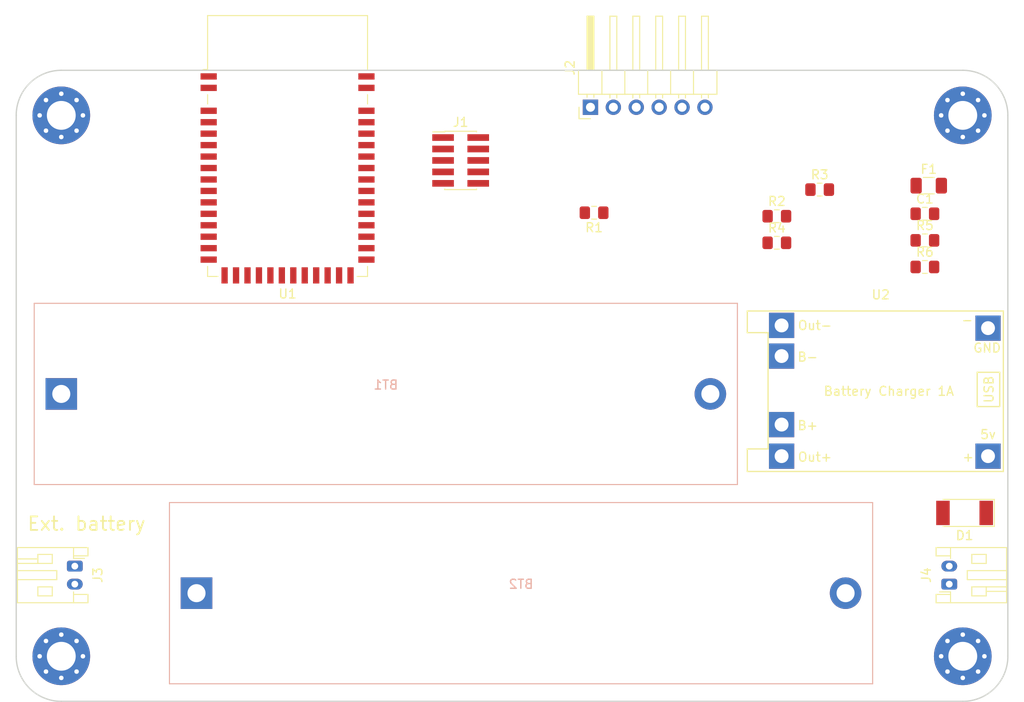
<source format=kicad_pcb>
(kicad_pcb (version 20171130) (host pcbnew "(5.1.5-0-10_14)")

  (general
    (thickness 1.6)
    (drawings 9)
    (tracks 0)
    (zones 0)
    (modules 21)
    (nets 52)
  )

  (page A4)
  (layers
    (0 F.Cu signal)
    (31 B.Cu signal)
    (32 B.Adhes user)
    (33 F.Adhes user)
    (34 B.Paste user)
    (35 F.Paste user)
    (36 B.SilkS user)
    (37 F.SilkS user)
    (38 B.Mask user)
    (39 F.Mask user)
    (40 Dwgs.User user)
    (41 Cmts.User user)
    (42 Eco1.User user)
    (43 Eco2.User user)
    (44 Edge.Cuts user)
    (45 Margin user)
    (46 B.CrtYd user)
    (47 F.CrtYd user)
    (48 B.Fab user)
    (49 F.Fab user)
  )

  (setup
    (last_trace_width 0.25)
    (trace_clearance 0.2)
    (zone_clearance 0.508)
    (zone_45_only no)
    (trace_min 0.2)
    (via_size 0.8)
    (via_drill 0.4)
    (via_min_size 0.4)
    (via_min_drill 0.3)
    (uvia_size 0.3)
    (uvia_drill 0.1)
    (uvias_allowed no)
    (uvia_min_size 0.2)
    (uvia_min_drill 0.1)
    (edge_width 0.15)
    (segment_width 0.2)
    (pcb_text_width 0.3)
    (pcb_text_size 1.5 1.5)
    (mod_edge_width 0.15)
    (mod_text_size 1 1)
    (mod_text_width 0.15)
    (pad_size 1.524 1.524)
    (pad_drill 0.762)
    (pad_to_mask_clearance 0.2)
    (aux_axis_origin 0 0)
    (grid_origin 55 145)
    (visible_elements FFFFFF7F)
    (pcbplotparams
      (layerselection 0x00030_ffffffff)
      (usegerberextensions false)
      (usegerberattributes false)
      (usegerberadvancedattributes false)
      (creategerberjobfile false)
      (excludeedgelayer true)
      (linewidth 0.100000)
      (plotframeref false)
      (viasonmask false)
      (mode 1)
      (useauxorigin false)
      (hpglpennumber 1)
      (hpglpenspeed 20)
      (hpglpendiameter 15.000000)
      (psnegative false)
      (psa4output false)
      (plotreference true)
      (plotvalue true)
      (plotinvisibletext false)
      (padsonsilk false)
      (subtractmaskfromsilk false)
      (outputformat 1)
      (mirror false)
      (drillshape 0)
      (scaleselection 1)
      (outputdirectory ""))
  )

  (net 0 "")
  (net 1 "Net-(U1-Pad16)")
  (net 2 "Net-(U1-Pad14)")
  (net 3 "Net-(U1-Pad13)")
  (net 4 "Net-(U1-Pad12)")
  (net 5 "Net-(U1-Pad11)")
  (net 6 "Net-(U1-Pad10)")
  (net 7 "Net-(U1-Pad9)")
  (net 8 "Net-(U1-Pad8)")
  (net 9 "Net-(U1-Pad4)")
  (net 10 "Net-(U1-Pad3)")
  (net 11 /cpu/nRESET)
  (net 12 GND)
  (net 13 "Net-(J1-Pad8)")
  (net 14 /cpu/SWO)
  (net 15 /cpu/SWDCLK)
  (net 16 /cpu/SWDIO)
  (net 17 +3V3)
  (net 18 "Net-(J2-Pad5)")
  (net 19 "Net-(J2-Pad4)")
  (net 20 "Net-(J2-Pad3)")
  (net 21 "Net-(J2-Pad2)")
  (net 22 /cpu/P0.24)
  (net 23 /cpu/P0.23)
  (net 24 /cpu/P0.22)
  (net 25 /cpu/P0.20)
  (net 26 /cpu/P0.19)
  (net 27 /cpu/P0.17)
  (net 28 /cpu/P0.16)
  (net 29 /cpu/P0.15)
  (net 30 /cpu/P0.14)
  (net 31 /cpu/P0.13)
  (net 32 /cpu/P0.12)
  (net 33 /cpu/P0.11)
  (net 34 /cpu/NFC2)
  (net 35 /cpu/NFC1)
  (net 36 /cpu/P0.04)
  (net 37 /cpu/P0.03)
  (net 38 /cpu/P0.02)
  (net 39 /cpu/P0.27)
  (net 40 /cpu/P0.26)
  (net 41 /cpu/P0.25)
  (net 42 "Net-(BT1-Pad1)")
  (net 43 /cpu/uart_tx)
  (net 44 /cpu/uart_rx)
  (net 45 /cpu/uart_rts)
  (net 46 /cpu/uart_cts)
  (net 47 /power/VBAT_ADC)
  (net 48 "Net-(D1-Pad2)")
  (net 49 "Net-(D1-Pad1)")
  (net 50 +BATT)
  (net 51 "Net-(U2-Pad3)")

  (net_class Default "This is the default net class."
    (clearance 0.2)
    (trace_width 0.25)
    (via_dia 0.8)
    (via_drill 0.4)
    (uvia_dia 0.3)
    (uvia_drill 0.1)
    (add_net +3V3)
    (add_net +BATT)
    (add_net /cpu/NFC1)
    (add_net /cpu/NFC2)
    (add_net /cpu/P0.02)
    (add_net /cpu/P0.03)
    (add_net /cpu/P0.04)
    (add_net /cpu/P0.11)
    (add_net /cpu/P0.12)
    (add_net /cpu/P0.13)
    (add_net /cpu/P0.14)
    (add_net /cpu/P0.15)
    (add_net /cpu/P0.16)
    (add_net /cpu/P0.17)
    (add_net /cpu/P0.19)
    (add_net /cpu/P0.20)
    (add_net /cpu/P0.22)
    (add_net /cpu/P0.23)
    (add_net /cpu/P0.24)
    (add_net /cpu/P0.25)
    (add_net /cpu/P0.26)
    (add_net /cpu/P0.27)
    (add_net /cpu/SWDCLK)
    (add_net /cpu/SWDIO)
    (add_net /cpu/SWO)
    (add_net /cpu/nRESET)
    (add_net /cpu/uart_cts)
    (add_net /cpu/uart_rts)
    (add_net /cpu/uart_rx)
    (add_net /cpu/uart_tx)
    (add_net /power/VBAT_ADC)
    (add_net GND)
    (add_net "Net-(BT1-Pad1)")
    (add_net "Net-(D1-Pad1)")
    (add_net "Net-(D1-Pad2)")
    (add_net "Net-(J1-Pad8)")
    (add_net "Net-(J2-Pad2)")
    (add_net "Net-(J2-Pad3)")
    (add_net "Net-(J2-Pad4)")
    (add_net "Net-(J2-Pad5)")
    (add_net "Net-(U1-Pad10)")
    (add_net "Net-(U1-Pad11)")
    (add_net "Net-(U1-Pad12)")
    (add_net "Net-(U1-Pad13)")
    (add_net "Net-(U1-Pad14)")
    (add_net "Net-(U1-Pad16)")
    (add_net "Net-(U1-Pad3)")
    (add_net "Net-(U1-Pad4)")
    (add_net "Net-(U1-Pad8)")
    (add_net "Net-(U1-Pad9)")
    (add_net "Net-(U2-Pad3)")
  )

  (module MountingHole:MountingHole_3.2mm_M3_Pad_Via (layer F.Cu) (tedit 56DDBCCA) (tstamp 5E77F579)
    (at 160 140)
    (descr "Mounting Hole 3.2mm, M3")
    (tags "mounting hole 3.2mm m3")
    (path /5E7D5F82)
    (attr virtual)
    (fp_text reference H4 (at 0 -4.2) (layer F.SilkS) hide
      (effects (font (size 1 1) (thickness 0.15)))
    )
    (fp_text value MountingHole (at 0 4.2) (layer F.Fab)
      (effects (font (size 1 1) (thickness 0.15)))
    )
    (fp_circle (center 0 0) (end 3.45 0) (layer F.CrtYd) (width 0.05))
    (fp_circle (center 0 0) (end 3.2 0) (layer Cmts.User) (width 0.15))
    (fp_text user %R (at 0.3 0) (layer F.Fab)
      (effects (font (size 1 1) (thickness 0.15)))
    )
    (pad 1 thru_hole circle (at 1.697056 -1.697056) (size 0.8 0.8) (drill 0.5) (layers *.Cu *.Mask))
    (pad 1 thru_hole circle (at 0 -2.4) (size 0.8 0.8) (drill 0.5) (layers *.Cu *.Mask))
    (pad 1 thru_hole circle (at -1.697056 -1.697056) (size 0.8 0.8) (drill 0.5) (layers *.Cu *.Mask))
    (pad 1 thru_hole circle (at -2.4 0) (size 0.8 0.8) (drill 0.5) (layers *.Cu *.Mask))
    (pad 1 thru_hole circle (at -1.697056 1.697056) (size 0.8 0.8) (drill 0.5) (layers *.Cu *.Mask))
    (pad 1 thru_hole circle (at 0 2.4) (size 0.8 0.8) (drill 0.5) (layers *.Cu *.Mask))
    (pad 1 thru_hole circle (at 1.697056 1.697056) (size 0.8 0.8) (drill 0.5) (layers *.Cu *.Mask))
    (pad 1 thru_hole circle (at 2.4 0) (size 0.8 0.8) (drill 0.5) (layers *.Cu *.Mask))
    (pad 1 thru_hole circle (at 0 0) (size 6.4 6.4) (drill 3.2) (layers *.Cu *.Mask))
  )

  (module MountingHole:MountingHole_3.2mm_M3_Pad_Via (layer F.Cu) (tedit 56DDBCCA) (tstamp 5E77EFAD)
    (at 160 80)
    (descr "Mounting Hole 3.2mm, M3")
    (tags "mounting hole 3.2mm m3")
    (path /5E7D615B)
    (attr virtual)
    (fp_text reference H3 (at 0 -4.2) (layer F.SilkS) hide
      (effects (font (size 1 1) (thickness 0.15)))
    )
    (fp_text value MountingHole (at 0 4.2) (layer F.Fab)
      (effects (font (size 1 1) (thickness 0.15)))
    )
    (fp_circle (center 0 0) (end 3.45 0) (layer F.CrtYd) (width 0.05))
    (fp_circle (center 0 0) (end 3.2 0) (layer Cmts.User) (width 0.15))
    (fp_text user %R (at 0.3 0) (layer F.Fab)
      (effects (font (size 1 1) (thickness 0.15)))
    )
    (pad 1 thru_hole circle (at 1.697056 -1.697056) (size 0.8 0.8) (drill 0.5) (layers *.Cu *.Mask))
    (pad 1 thru_hole circle (at 0 -2.4) (size 0.8 0.8) (drill 0.5) (layers *.Cu *.Mask))
    (pad 1 thru_hole circle (at -1.697056 -1.697056) (size 0.8 0.8) (drill 0.5) (layers *.Cu *.Mask))
    (pad 1 thru_hole circle (at -2.4 0) (size 0.8 0.8) (drill 0.5) (layers *.Cu *.Mask))
    (pad 1 thru_hole circle (at -1.697056 1.697056) (size 0.8 0.8) (drill 0.5) (layers *.Cu *.Mask))
    (pad 1 thru_hole circle (at 0 2.4) (size 0.8 0.8) (drill 0.5) (layers *.Cu *.Mask))
    (pad 1 thru_hole circle (at 1.697056 1.697056) (size 0.8 0.8) (drill 0.5) (layers *.Cu *.Mask))
    (pad 1 thru_hole circle (at 2.4 0) (size 0.8 0.8) (drill 0.5) (layers *.Cu *.Mask))
    (pad 1 thru_hole circle (at 0 0) (size 6.4 6.4) (drill 3.2) (layers *.Cu *.Mask))
  )

  (module MountingHole:MountingHole_3.2mm_M3_Pad_Via (layer F.Cu) (tedit 56DDBCCA) (tstamp 5E77EF9D)
    (at 60 80)
    (descr "Mounting Hole 3.2mm, M3")
    (tags "mounting hole 3.2mm m3")
    (path /5E7D677D)
    (attr virtual)
    (fp_text reference H2 (at 0 -4.2) (layer F.SilkS) hide
      (effects (font (size 1 1) (thickness 0.15)))
    )
    (fp_text value MountingHole (at 0 4.2) (layer F.Fab)
      (effects (font (size 1 1) (thickness 0.15)))
    )
    (fp_circle (center 0 0) (end 3.45 0) (layer F.CrtYd) (width 0.05))
    (fp_circle (center 0 0) (end 3.2 0) (layer Cmts.User) (width 0.15))
    (fp_text user %R (at 0.3 0) (layer F.Fab)
      (effects (font (size 1 1) (thickness 0.15)))
    )
    (pad 1 thru_hole circle (at 1.697056 -1.697056) (size 0.8 0.8) (drill 0.5) (layers *.Cu *.Mask))
    (pad 1 thru_hole circle (at 0 -2.4) (size 0.8 0.8) (drill 0.5) (layers *.Cu *.Mask))
    (pad 1 thru_hole circle (at -1.697056 -1.697056) (size 0.8 0.8) (drill 0.5) (layers *.Cu *.Mask))
    (pad 1 thru_hole circle (at -2.4 0) (size 0.8 0.8) (drill 0.5) (layers *.Cu *.Mask))
    (pad 1 thru_hole circle (at -1.697056 1.697056) (size 0.8 0.8) (drill 0.5) (layers *.Cu *.Mask))
    (pad 1 thru_hole circle (at 0 2.4) (size 0.8 0.8) (drill 0.5) (layers *.Cu *.Mask))
    (pad 1 thru_hole circle (at 1.697056 1.697056) (size 0.8 0.8) (drill 0.5) (layers *.Cu *.Mask))
    (pad 1 thru_hole circle (at 2.4 0) (size 0.8 0.8) (drill 0.5) (layers *.Cu *.Mask))
    (pad 1 thru_hole circle (at 0 0) (size 6.4 6.4) (drill 3.2) (layers *.Cu *.Mask))
  )

  (module MountingHole:MountingHole_3.2mm_M3_Pad_Via (layer F.Cu) (tedit 56DDBCCA) (tstamp 5E77F772)
    (at 60 140)
    (descr "Mounting Hole 3.2mm, M3")
    (tags "mounting hole 3.2mm m3")
    (path /5E7D6AF7)
    (attr virtual)
    (fp_text reference H1 (at 0 -4.2) (layer F.SilkS) hide
      (effects (font (size 1 1) (thickness 0.15)))
    )
    (fp_text value MountingHole (at 0 4.2) (layer F.Fab)
      (effects (font (size 1 1) (thickness 0.15)))
    )
    (fp_circle (center 0 0) (end 3.45 0) (layer F.CrtYd) (width 0.05))
    (fp_circle (center 0 0) (end 3.2 0) (layer Cmts.User) (width 0.15))
    (fp_text user %R (at 0.3 0) (layer F.Fab)
      (effects (font (size 1 1) (thickness 0.15)))
    )
    (pad 1 thru_hole circle (at 1.697056 -1.697056) (size 0.8 0.8) (drill 0.5) (layers *.Cu *.Mask))
    (pad 1 thru_hole circle (at 0 -2.4) (size 0.8 0.8) (drill 0.5) (layers *.Cu *.Mask))
    (pad 1 thru_hole circle (at -1.697056 -1.697056) (size 0.8 0.8) (drill 0.5) (layers *.Cu *.Mask))
    (pad 1 thru_hole circle (at -2.4 0) (size 0.8 0.8) (drill 0.5) (layers *.Cu *.Mask))
    (pad 1 thru_hole circle (at -1.697056 1.697056) (size 0.8 0.8) (drill 0.5) (layers *.Cu *.Mask))
    (pad 1 thru_hole circle (at 0 2.4) (size 0.8 0.8) (drill 0.5) (layers *.Cu *.Mask))
    (pad 1 thru_hole circle (at 1.697056 1.697056) (size 0.8 0.8) (drill 0.5) (layers *.Cu *.Mask))
    (pad 1 thru_hole circle (at 2.4 0) (size 0.8 0.8) (drill 0.5) (layers *.Cu *.Mask))
    (pad 1 thru_hole circle (at 0 0) (size 6.4 6.4) (drill 3.2) (layers *.Cu *.Mask))
  )

  (module Module:TP4056-module (layer F.Cu) (tedit 5E775047) (tstamp 5E77CB0C)
    (at 164.5 119.5 180)
    (path /5E5BC499/5E78E641)
    (fp_text reference U2 (at 13.6 19.6) (layer F.SilkS)
      (effects (font (size 1 1) (thickness 0.15)))
    )
    (fp_text value TP4056-module (at 13 -1.6) (layer F.Fab)
      (effects (font (size 1 1) (thickness 0.15)))
    )
    (fp_text user "Battery Charger 1A" (at 12.7 8.9) (layer F.SilkS)
      (effects (font (size 1 1) (thickness 0.15)))
    )
    (fp_text user GND (at 1.8 13.7) (layer F.SilkS)
      (effects (font (size 1 1) (thickness 0.15)))
    )
    (fp_text user 5v (at 1.7 4.1) (layer F.SilkS)
      (effects (font (size 1 1) (thickness 0.15)))
    )
    (fp_line (start 26.1 2.5) (end 26.1 15.4) (layer F.SilkS) (width 0.15))
    (fp_line (start 26.1 15.4) (end 26.4 15.4) (layer F.SilkS) (width 0.15))
    (fp_line (start 26.3 15.4) (end 28.4 15.4) (layer F.SilkS) (width 0.15))
    (fp_line (start 28.4 15.4) (end 28.4 15.7) (layer F.SilkS) (width 0.15))
    (fp_line (start 26.3 0) (end 28.4 0) (layer F.SilkS) (width 0.15))
    (fp_line (start 28.4 0) (end 28.4 2.5) (layer F.SilkS) (width 0.15))
    (fp_line (start 28.4 2.5) (end 26.1 2.5) (layer F.SilkS) (width 0.15))
    (fp_line (start 28.4 15.7) (end 28.4 17.8) (layer F.SilkS) (width 0.15))
    (fp_line (start 28.4 17.8) (end 0 17.8) (layer F.SilkS) (width 0.15))
    (fp_line (start 0 17.8) (end 0 0) (layer F.SilkS) (width 0.15))
    (fp_text user B+ (at 21.7 5.1) (layer F.SilkS)
      (effects (font (size 1 1) (thickness 0.15)))
    )
    (fp_text user B- (at 21.7 12.7) (layer F.SilkS)
      (effects (font (size 1 1) (thickness 0.15)))
    )
    (fp_text user Out+ (at 20.9 1.6) (layer F.SilkS)
      (effects (font (size 1 1) (thickness 0.15)))
    )
    (fp_text user Out- (at 20.9 16.2) (layer F.SilkS)
      (effects (font (size 1 1) (thickness 0.15)))
    )
    (fp_text user USB (at 1.6 9.1 90) (layer F.SilkS)
      (effects (font (size 1 1) (thickness 0.15)))
    )
    (fp_line (start 0.4 7.2) (end 2.9 7.2) (layer F.SilkS) (width 0.15))
    (fp_line (start 2.9 7.2) (end 2.9 11) (layer F.SilkS) (width 0.15))
    (fp_line (start 2.9 11) (end 0.4 11) (layer F.SilkS) (width 0.15))
    (fp_line (start 0.4 11) (end 0.4 7.3) (layer F.SilkS) (width 0.15))
    (fp_text user - (at 4 16.8) (layer F.SilkS)
      (effects (font (size 1 1) (thickness 0.15)))
    )
    (fp_text user + (at 3.9 1.6) (layer F.SilkS)
      (effects (font (size 1 1) (thickness 0.15)))
    )
    (fp_line (start 0 0) (end 26.3 0) (layer F.SilkS) (width 0.15))
    (pad 6 thru_hole rect (at 24.6 12.8 180) (size 2.8 2.8) (drill 1.54) (layers *.Cu *.Mask)
      (net 12 GND))
    (pad 5 thru_hole rect (at 24.6 5.2 180) (size 2.8 2.8) (drill 1.54) (layers *.Cu *.Mask)
      (net 50 +BATT))
    (pad 4 thru_hole rect (at 24.6 16.2 180) (size 2.8 2.8) (drill 1.54) (layers *.Cu *.Mask)
      (net 12 GND))
    (pad 3 thru_hole rect (at 24.6 1.7 180) (size 2.8 2.8) (drill 1.54) (layers *.Cu *.Mask)
      (net 51 "Net-(U2-Pad3)"))
    (pad 2 thru_hole rect (at 1.7 15.9 180) (size 2.8 2.8) (drill 1.54) (layers *.Cu *.Mask)
      (net 12 GND))
    (pad 1 thru_hole rect (at 1.7 1.7 180) (size 2.8 2.8) (drill 1.54) (layers *.Cu *.Mask)
      (net 49 "Net-(D1-Pad1)"))
    (model ${KISYS3DMOD}/Module.3dshapes/TP4056.stp
      (offset (xyz 13 -9 1))
      (scale (xyz 1 1 1))
      (rotate (xyz 0 0 0))
    )
  )

  (module Resistor_SMD:R_0805_2012Metric_Pad1.15x1.40mm_HandSolder (layer F.Cu) (tedit 5B36C52B) (tstamp 5E77C527)
    (at 155.795001 96.815001)
    (descr "Resistor SMD 0805 (2012 Metric), square (rectangular) end terminal, IPC_7351 nominal with elongated pad for handsoldering. (Body size source: https://docs.google.com/spreadsheets/d/1BsfQQcO9C6DZCsRaXUlFlo91Tg2WpOkGARC1WS5S8t0/edit?usp=sharing), generated with kicad-footprint-generator")
    (tags "resistor handsolder")
    (path /5E5BC499/5E7BAA54)
    (attr smd)
    (fp_text reference R6 (at 0 -1.65) (layer F.SilkS)
      (effects (font (size 1 1) (thickness 0.15)))
    )
    (fp_text value 2M (at 0 1.65) (layer F.Fab)
      (effects (font (size 1 1) (thickness 0.15)))
    )
    (fp_text user %R (at 0 0) (layer F.Fab)
      (effects (font (size 0.5 0.5) (thickness 0.08)))
    )
    (fp_line (start 1.85 0.95) (end -1.85 0.95) (layer F.CrtYd) (width 0.05))
    (fp_line (start 1.85 -0.95) (end 1.85 0.95) (layer F.CrtYd) (width 0.05))
    (fp_line (start -1.85 -0.95) (end 1.85 -0.95) (layer F.CrtYd) (width 0.05))
    (fp_line (start -1.85 0.95) (end -1.85 -0.95) (layer F.CrtYd) (width 0.05))
    (fp_line (start -0.261252 0.71) (end 0.261252 0.71) (layer F.SilkS) (width 0.12))
    (fp_line (start -0.261252 -0.71) (end 0.261252 -0.71) (layer F.SilkS) (width 0.12))
    (fp_line (start 1 0.6) (end -1 0.6) (layer F.Fab) (width 0.1))
    (fp_line (start 1 -0.6) (end 1 0.6) (layer F.Fab) (width 0.1))
    (fp_line (start -1 -0.6) (end 1 -0.6) (layer F.Fab) (width 0.1))
    (fp_line (start -1 0.6) (end -1 -0.6) (layer F.Fab) (width 0.1))
    (pad 2 smd roundrect (at 1.025 0) (size 1.15 1.4) (layers F.Cu F.Paste F.Mask) (roundrect_rratio 0.217391)
      (net 12 GND))
    (pad 1 smd roundrect (at -1.025 0) (size 1.15 1.4) (layers F.Cu F.Paste F.Mask) (roundrect_rratio 0.217391)
      (net 47 /power/VBAT_ADC))
    (model ${KISYS3DMOD}/Resistor_SMD.3dshapes/R_0805_2012Metric.wrl
      (at (xyz 0 0 0))
      (scale (xyz 1 1 1))
      (rotate (xyz 0 0 0))
    )
  )

  (module Resistor_SMD:R_0805_2012Metric_Pad1.15x1.40mm_HandSolder (layer F.Cu) (tedit 5B36C52B) (tstamp 5E77C516)
    (at 155.795001 93.865001)
    (descr "Resistor SMD 0805 (2012 Metric), square (rectangular) end terminal, IPC_7351 nominal with elongated pad for handsoldering. (Body size source: https://docs.google.com/spreadsheets/d/1BsfQQcO9C6DZCsRaXUlFlo91Tg2WpOkGARC1WS5S8t0/edit?usp=sharing), generated with kicad-footprint-generator")
    (tags "resistor handsolder")
    (path /5E5BC499/5E7B80DC)
    (attr smd)
    (fp_text reference R5 (at 0 -1.65) (layer F.SilkS)
      (effects (font (size 1 1) (thickness 0.15)))
    )
    (fp_text value 806k (at 0 1.65) (layer F.Fab)
      (effects (font (size 1 1) (thickness 0.15)))
    )
    (fp_text user %R (at 0 0) (layer F.Fab)
      (effects (font (size 0.5 0.5) (thickness 0.08)))
    )
    (fp_line (start 1.85 0.95) (end -1.85 0.95) (layer F.CrtYd) (width 0.05))
    (fp_line (start 1.85 -0.95) (end 1.85 0.95) (layer F.CrtYd) (width 0.05))
    (fp_line (start -1.85 -0.95) (end 1.85 -0.95) (layer F.CrtYd) (width 0.05))
    (fp_line (start -1.85 0.95) (end -1.85 -0.95) (layer F.CrtYd) (width 0.05))
    (fp_line (start -0.261252 0.71) (end 0.261252 0.71) (layer F.SilkS) (width 0.12))
    (fp_line (start -0.261252 -0.71) (end 0.261252 -0.71) (layer F.SilkS) (width 0.12))
    (fp_line (start 1 0.6) (end -1 0.6) (layer F.Fab) (width 0.1))
    (fp_line (start 1 -0.6) (end 1 0.6) (layer F.Fab) (width 0.1))
    (fp_line (start -1 -0.6) (end 1 -0.6) (layer F.Fab) (width 0.1))
    (fp_line (start -1 0.6) (end -1 -0.6) (layer F.Fab) (width 0.1))
    (pad 2 smd roundrect (at 1.025 0) (size 1.15 1.4) (layers F.Cu F.Paste F.Mask) (roundrect_rratio 0.217391)
      (net 47 /power/VBAT_ADC))
    (pad 1 smd roundrect (at -1.025 0) (size 1.15 1.4) (layers F.Cu F.Paste F.Mask) (roundrect_rratio 0.217391)
      (net 50 +BATT))
    (model ${KISYS3DMOD}/Resistor_SMD.3dshapes/R_0805_2012Metric.wrl
      (at (xyz 0 0 0))
      (scale (xyz 1 1 1))
      (rotate (xyz 0 0 0))
    )
  )

  (module Fuse:Fuse_1206_3216Metric (layer F.Cu) (tedit 5B301BBE) (tstamp 5E77C289)
    (at 156.225001 87.795001)
    (descr "Fuse SMD 1206 (3216 Metric), square (rectangular) end terminal, IPC_7351 nominal, (Body size source: http://www.tortai-tech.com/upload/download/2011102023233369053.pdf), generated with kicad-footprint-generator")
    (tags resistor)
    (path /5E5BC499/5E792FEE)
    (attr smd)
    (fp_text reference F1 (at 0 -1.82) (layer F.SilkS)
      (effects (font (size 1 1) (thickness 0.15)))
    )
    (fp_text value Fuse (at 0 1.82) (layer F.Fab)
      (effects (font (size 1 1) (thickness 0.15)))
    )
    (fp_text user %R (at 0 0) (layer F.Fab)
      (effects (font (size 0.8 0.8) (thickness 0.12)))
    )
    (fp_line (start 2.28 1.12) (end -2.28 1.12) (layer F.CrtYd) (width 0.05))
    (fp_line (start 2.28 -1.12) (end 2.28 1.12) (layer F.CrtYd) (width 0.05))
    (fp_line (start -2.28 -1.12) (end 2.28 -1.12) (layer F.CrtYd) (width 0.05))
    (fp_line (start -2.28 1.12) (end -2.28 -1.12) (layer F.CrtYd) (width 0.05))
    (fp_line (start -0.602064 0.91) (end 0.602064 0.91) (layer F.SilkS) (width 0.12))
    (fp_line (start -0.602064 -0.91) (end 0.602064 -0.91) (layer F.SilkS) (width 0.12))
    (fp_line (start 1.6 0.8) (end -1.6 0.8) (layer F.Fab) (width 0.1))
    (fp_line (start 1.6 -0.8) (end 1.6 0.8) (layer F.Fab) (width 0.1))
    (fp_line (start -1.6 -0.8) (end 1.6 -0.8) (layer F.Fab) (width 0.1))
    (fp_line (start -1.6 0.8) (end -1.6 -0.8) (layer F.Fab) (width 0.1))
    (pad 2 smd roundrect (at 1.4 0) (size 1.25 1.75) (layers F.Cu F.Paste F.Mask) (roundrect_rratio 0.2)
      (net 42 "Net-(BT1-Pad1)"))
    (pad 1 smd roundrect (at -1.4 0) (size 1.25 1.75) (layers F.Cu F.Paste F.Mask) (roundrect_rratio 0.2)
      (net 50 +BATT))
    (model ${KISYS3DMOD}/Fuse.3dshapes/Fuse_1206_3216Metric.wrl
      (at (xyz 0 0 0))
      (scale (xyz 1 1 1))
      (rotate (xyz 0 0 0))
    )
  )

  (module Diode_SMD:D_MELF (layer F.Cu) (tedit 5905D864) (tstamp 5E780A6A)
    (at 160.2 124.1 180)
    (descr "Diode, MELF,,")
    (tags "Diode MELF ")
    (path /5E5BC499/5E7AE53E)
    (attr smd)
    (fp_text reference D1 (at 0 -2.5) (layer F.SilkS)
      (effects (font (size 1 1) (thickness 0.15)))
    )
    (fp_text value SM4007 (at -0.25 2.5) (layer F.Fab)
      (effects (font (size 1 1) (thickness 0.15)))
    )
    (fp_line (start -3.4 1.6) (end -3.4 -1.6) (layer F.CrtYd) (width 0.05))
    (fp_line (start 3.4 1.6) (end -3.4 1.6) (layer F.CrtYd) (width 0.05))
    (fp_line (start 3.4 -1.6) (end 3.4 1.6) (layer F.CrtYd) (width 0.05))
    (fp_line (start -3.4 -1.6) (end 3.4 -1.6) (layer F.CrtYd) (width 0.05))
    (fp_line (start -0.64944 0.00102) (end 0.50118 -0.79908) (layer F.Fab) (width 0.1))
    (fp_line (start -0.64944 0.00102) (end 0.50118 0.75032) (layer F.Fab) (width 0.1))
    (fp_line (start 0.50118 0.75032) (end 0.50118 -0.79908) (layer F.Fab) (width 0.1))
    (fp_line (start -0.64944 -0.79908) (end -0.64944 0.80112) (layer F.Fab) (width 0.1))
    (fp_line (start 0.50118 0.00102) (end 1.4994 0.00102) (layer F.Fab) (width 0.1))
    (fp_line (start -0.64944 0.00102) (end -1.55114 0.00102) (layer F.Fab) (width 0.1))
    (fp_line (start 2.6 1.3) (end 2.6 -1.3) (layer F.Fab) (width 0.1))
    (fp_line (start -2.6 1.3) (end 2.6 1.3) (layer F.Fab) (width 0.1))
    (fp_line (start -2.6 -1.3) (end -2.6 1.3) (layer F.Fab) (width 0.1))
    (fp_line (start 2.6 -1.3) (end -2.6 -1.3) (layer F.Fab) (width 0.1))
    (fp_line (start -3.3 1.5) (end 2.4 1.5) (layer F.SilkS) (width 0.12))
    (fp_line (start -3.3 -1.5) (end -3.3 1.5) (layer F.SilkS) (width 0.12))
    (fp_line (start 2.4 -1.5) (end -3.3 -1.5) (layer F.SilkS) (width 0.12))
    (fp_text user %R (at 0 -2.5) (layer F.Fab)
      (effects (font (size 1 1) (thickness 0.15)))
    )
    (pad 2 smd rect (at 2.4 0 180) (size 1.5 2.7) (layers F.Cu F.Paste F.Mask)
      (net 48 "Net-(D1-Pad2)"))
    (pad 1 smd rect (at -2.4 0 180) (size 1.5 2.7) (layers F.Cu F.Paste F.Mask)
      (net 49 "Net-(D1-Pad1)"))
    (model ${KISYS3DMOD}/Diode_SMD.3dshapes/D_MELF.wrl
      (at (xyz 0 0 0))
      (scale (xyz 1 1 1))
      (rotate (xyz 0 0 0))
    )
  )

  (module Capacitor_SMD:C_0805_2012Metric_Pad1.15x1.40mm_HandSolder (layer F.Cu) (tedit 5B36C52B) (tstamp 5E77C260)
    (at 155.795001 90.915001)
    (descr "Capacitor SMD 0805 (2012 Metric), square (rectangular) end terminal, IPC_7351 nominal with elongated pad for handsoldering. (Body size source: https://docs.google.com/spreadsheets/d/1BsfQQcO9C6DZCsRaXUlFlo91Tg2WpOkGARC1WS5S8t0/edit?usp=sharing), generated with kicad-footprint-generator")
    (tags "capacitor handsolder")
    (path /5E5BC499/5E7B9614)
    (attr smd)
    (fp_text reference C1 (at 0 -1.65) (layer F.SilkS)
      (effects (font (size 1 1) (thickness 0.15)))
    )
    (fp_text value 1nF (at 0 1.65) (layer F.Fab)
      (effects (font (size 1 1) (thickness 0.15)))
    )
    (fp_text user %R (at 0 0) (layer F.Fab)
      (effects (font (size 0.5 0.5) (thickness 0.08)))
    )
    (fp_line (start 1.85 0.95) (end -1.85 0.95) (layer F.CrtYd) (width 0.05))
    (fp_line (start 1.85 -0.95) (end 1.85 0.95) (layer F.CrtYd) (width 0.05))
    (fp_line (start -1.85 -0.95) (end 1.85 -0.95) (layer F.CrtYd) (width 0.05))
    (fp_line (start -1.85 0.95) (end -1.85 -0.95) (layer F.CrtYd) (width 0.05))
    (fp_line (start -0.261252 0.71) (end 0.261252 0.71) (layer F.SilkS) (width 0.12))
    (fp_line (start -0.261252 -0.71) (end 0.261252 -0.71) (layer F.SilkS) (width 0.12))
    (fp_line (start 1 0.6) (end -1 0.6) (layer F.Fab) (width 0.1))
    (fp_line (start 1 -0.6) (end 1 0.6) (layer F.Fab) (width 0.1))
    (fp_line (start -1 -0.6) (end 1 -0.6) (layer F.Fab) (width 0.1))
    (fp_line (start -1 0.6) (end -1 -0.6) (layer F.Fab) (width 0.1))
    (pad 2 smd roundrect (at 1.025 0) (size 1.15 1.4) (layers F.Cu F.Paste F.Mask) (roundrect_rratio 0.217391)
      (net 12 GND))
    (pad 1 smd roundrect (at -1.025 0) (size 1.15 1.4) (layers F.Cu F.Paste F.Mask) (roundrect_rratio 0.217391)
      (net 47 /power/VBAT_ADC))
    (model ${KISYS3DMOD}/Capacitor_SMD.3dshapes/C_0805_2012Metric.wrl
      (at (xyz 0 0 0))
      (scale (xyz 1 1 1))
      (rotate (xyz 0 0 0))
    )
  )

  (module Connector_JST:JST_PH_S2B-PH-K_1x02_P2.00mm_Horizontal (layer F.Cu) (tedit 5B7745C6) (tstamp 5E5BDC22)
    (at 158.5 132 90)
    (descr "JST PH series connector, S2B-PH-K (http://www.jst-mfg.com/product/pdf/eng/ePH.pdf), generated with kicad-footprint-generator")
    (tags "connector JST PH top entry")
    (path /5E5BC499/5E5BD5D6)
    (fp_text reference J4 (at 1 -2.55 90) (layer F.SilkS)
      (effects (font (size 1 1) (thickness 0.15)))
    )
    (fp_text value Conn_01x02_Male (at 1 7.45 90) (layer F.Fab)
      (effects (font (size 1 1) (thickness 0.15)))
    )
    (fp_text user %R (at 1 2.5 90) (layer F.Fab)
      (effects (font (size 1 1) (thickness 0.15)))
    )
    (fp_line (start 0.5 1.375) (end 0 0.875) (layer F.Fab) (width 0.1))
    (fp_line (start -0.5 1.375) (end 0.5 1.375) (layer F.Fab) (width 0.1))
    (fp_line (start 0 0.875) (end -0.5 1.375) (layer F.Fab) (width 0.1))
    (fp_line (start -0.86 0.14) (end -0.86 -1.075) (layer F.SilkS) (width 0.12))
    (fp_line (start 3.25 0.25) (end -1.25 0.25) (layer F.Fab) (width 0.1))
    (fp_line (start 3.25 -1.35) (end 3.25 0.25) (layer F.Fab) (width 0.1))
    (fp_line (start 3.95 -1.35) (end 3.25 -1.35) (layer F.Fab) (width 0.1))
    (fp_line (start 3.95 6.25) (end 3.95 -1.35) (layer F.Fab) (width 0.1))
    (fp_line (start -1.95 6.25) (end 3.95 6.25) (layer F.Fab) (width 0.1))
    (fp_line (start -1.95 -1.35) (end -1.95 6.25) (layer F.Fab) (width 0.1))
    (fp_line (start -1.25 -1.35) (end -1.95 -1.35) (layer F.Fab) (width 0.1))
    (fp_line (start -1.25 0.25) (end -1.25 -1.35) (layer F.Fab) (width 0.1))
    (fp_line (start 4.45 -1.85) (end -2.45 -1.85) (layer F.CrtYd) (width 0.05))
    (fp_line (start 4.45 6.75) (end 4.45 -1.85) (layer F.CrtYd) (width 0.05))
    (fp_line (start -2.45 6.75) (end 4.45 6.75) (layer F.CrtYd) (width 0.05))
    (fp_line (start -2.45 -1.85) (end -2.45 6.75) (layer F.CrtYd) (width 0.05))
    (fp_line (start -0.8 4.1) (end -0.8 6.36) (layer F.SilkS) (width 0.12))
    (fp_line (start -0.3 4.1) (end -0.3 6.36) (layer F.SilkS) (width 0.12))
    (fp_line (start 2.3 2.5) (end 3.3 2.5) (layer F.SilkS) (width 0.12))
    (fp_line (start 2.3 4.1) (end 2.3 2.5) (layer F.SilkS) (width 0.12))
    (fp_line (start 3.3 4.1) (end 2.3 4.1) (layer F.SilkS) (width 0.12))
    (fp_line (start 3.3 2.5) (end 3.3 4.1) (layer F.SilkS) (width 0.12))
    (fp_line (start -0.3 2.5) (end -1.3 2.5) (layer F.SilkS) (width 0.12))
    (fp_line (start -0.3 4.1) (end -0.3 2.5) (layer F.SilkS) (width 0.12))
    (fp_line (start -1.3 4.1) (end -0.3 4.1) (layer F.SilkS) (width 0.12))
    (fp_line (start -1.3 2.5) (end -1.3 4.1) (layer F.SilkS) (width 0.12))
    (fp_line (start 4.06 0.14) (end 3.14 0.14) (layer F.SilkS) (width 0.12))
    (fp_line (start -2.06 0.14) (end -1.14 0.14) (layer F.SilkS) (width 0.12))
    (fp_line (start 1.5 2) (end 1.5 6.36) (layer F.SilkS) (width 0.12))
    (fp_line (start 0.5 2) (end 1.5 2) (layer F.SilkS) (width 0.12))
    (fp_line (start 0.5 6.36) (end 0.5 2) (layer F.SilkS) (width 0.12))
    (fp_line (start 3.14 0.14) (end 2.86 0.14) (layer F.SilkS) (width 0.12))
    (fp_line (start 3.14 -1.46) (end 3.14 0.14) (layer F.SilkS) (width 0.12))
    (fp_line (start 4.06 -1.46) (end 3.14 -1.46) (layer F.SilkS) (width 0.12))
    (fp_line (start 4.06 6.36) (end 4.06 -1.46) (layer F.SilkS) (width 0.12))
    (fp_line (start -2.06 6.36) (end 4.06 6.36) (layer F.SilkS) (width 0.12))
    (fp_line (start -2.06 -1.46) (end -2.06 6.36) (layer F.SilkS) (width 0.12))
    (fp_line (start -1.14 -1.46) (end -2.06 -1.46) (layer F.SilkS) (width 0.12))
    (fp_line (start -1.14 0.14) (end -1.14 -1.46) (layer F.SilkS) (width 0.12))
    (fp_line (start -0.86 0.14) (end -1.14 0.14) (layer F.SilkS) (width 0.12))
    (pad 2 thru_hole oval (at 2 0 90) (size 1.2 1.75) (drill 0.75) (layers *.Cu *.Mask)
      (net 12 GND))
    (pad 1 thru_hole roundrect (at 0 0 90) (size 1.2 1.75) (drill 0.75) (layers *.Cu *.Mask) (roundrect_rratio 0.208333)
      (net 48 "Net-(D1-Pad2)"))
    (model ${KISYS3DMOD}/Connector_JST.3dshapes/JST_PH_S2B-PH-K_1x02_P2.00mm_Horizontal.wrl
      (at (xyz 0 0 0))
      (scale (xyz 1 1 1))
      (rotate (xyz 0 0 0))
    )
  )

  (module Connector_JST:JST_PH_S2B-PH-K_1x02_P2.00mm_Horizontal (layer F.Cu) (tedit 5B7745C6) (tstamp 5E5BDB2C)
    (at 61.5 130 270)
    (descr "JST PH series connector, S2B-PH-K (http://www.jst-mfg.com/product/pdf/eng/ePH.pdf), generated with kicad-footprint-generator")
    (tags "connector JST PH top entry")
    (path /5E5BC499/5E5BD5A7)
    (fp_text reference J3 (at 1 -2.55 90) (layer F.SilkS)
      (effects (font (size 1 1) (thickness 0.15)))
    )
    (fp_text value Conn_01x02_Male (at 1 7.45 90) (layer F.Fab)
      (effects (font (size 1 1) (thickness 0.15)))
    )
    (fp_text user %R (at 1 2.5 90) (layer F.Fab)
      (effects (font (size 1 1) (thickness 0.15)))
    )
    (fp_line (start 0.5 1.375) (end 0 0.875) (layer F.Fab) (width 0.1))
    (fp_line (start -0.5 1.375) (end 0.5 1.375) (layer F.Fab) (width 0.1))
    (fp_line (start 0 0.875) (end -0.5 1.375) (layer F.Fab) (width 0.1))
    (fp_line (start -0.86 0.14) (end -0.86 -1.075) (layer F.SilkS) (width 0.12))
    (fp_line (start 3.25 0.25) (end -1.25 0.25) (layer F.Fab) (width 0.1))
    (fp_line (start 3.25 -1.35) (end 3.25 0.25) (layer F.Fab) (width 0.1))
    (fp_line (start 3.95 -1.35) (end 3.25 -1.35) (layer F.Fab) (width 0.1))
    (fp_line (start 3.95 6.25) (end 3.95 -1.35) (layer F.Fab) (width 0.1))
    (fp_line (start -1.95 6.25) (end 3.95 6.25) (layer F.Fab) (width 0.1))
    (fp_line (start -1.95 -1.35) (end -1.95 6.25) (layer F.Fab) (width 0.1))
    (fp_line (start -1.25 -1.35) (end -1.95 -1.35) (layer F.Fab) (width 0.1))
    (fp_line (start -1.25 0.25) (end -1.25 -1.35) (layer F.Fab) (width 0.1))
    (fp_line (start 4.45 -1.85) (end -2.45 -1.85) (layer F.CrtYd) (width 0.05))
    (fp_line (start 4.45 6.75) (end 4.45 -1.85) (layer F.CrtYd) (width 0.05))
    (fp_line (start -2.45 6.75) (end 4.45 6.75) (layer F.CrtYd) (width 0.05))
    (fp_line (start -2.45 -1.85) (end -2.45 6.75) (layer F.CrtYd) (width 0.05))
    (fp_line (start -0.8 4.1) (end -0.8 6.36) (layer F.SilkS) (width 0.12))
    (fp_line (start -0.3 4.1) (end -0.3 6.36) (layer F.SilkS) (width 0.12))
    (fp_line (start 2.3 2.5) (end 3.3 2.5) (layer F.SilkS) (width 0.12))
    (fp_line (start 2.3 4.1) (end 2.3 2.5) (layer F.SilkS) (width 0.12))
    (fp_line (start 3.3 4.1) (end 2.3 4.1) (layer F.SilkS) (width 0.12))
    (fp_line (start 3.3 2.5) (end 3.3 4.1) (layer F.SilkS) (width 0.12))
    (fp_line (start -0.3 2.5) (end -1.3 2.5) (layer F.SilkS) (width 0.12))
    (fp_line (start -0.3 4.1) (end -0.3 2.5) (layer F.SilkS) (width 0.12))
    (fp_line (start -1.3 4.1) (end -0.3 4.1) (layer F.SilkS) (width 0.12))
    (fp_line (start -1.3 2.5) (end -1.3 4.1) (layer F.SilkS) (width 0.12))
    (fp_line (start 4.06 0.14) (end 3.14 0.14) (layer F.SilkS) (width 0.12))
    (fp_line (start -2.06 0.14) (end -1.14 0.14) (layer F.SilkS) (width 0.12))
    (fp_line (start 1.5 2) (end 1.5 6.36) (layer F.SilkS) (width 0.12))
    (fp_line (start 0.5 2) (end 1.5 2) (layer F.SilkS) (width 0.12))
    (fp_line (start 0.5 6.36) (end 0.5 2) (layer F.SilkS) (width 0.12))
    (fp_line (start 3.14 0.14) (end 2.86 0.14) (layer F.SilkS) (width 0.12))
    (fp_line (start 3.14 -1.46) (end 3.14 0.14) (layer F.SilkS) (width 0.12))
    (fp_line (start 4.06 -1.46) (end 3.14 -1.46) (layer F.SilkS) (width 0.12))
    (fp_line (start 4.06 6.36) (end 4.06 -1.46) (layer F.SilkS) (width 0.12))
    (fp_line (start -2.06 6.36) (end 4.06 6.36) (layer F.SilkS) (width 0.12))
    (fp_line (start -2.06 -1.46) (end -2.06 6.36) (layer F.SilkS) (width 0.12))
    (fp_line (start -1.14 -1.46) (end -2.06 -1.46) (layer F.SilkS) (width 0.12))
    (fp_line (start -1.14 0.14) (end -1.14 -1.46) (layer F.SilkS) (width 0.12))
    (fp_line (start -0.86 0.14) (end -1.14 0.14) (layer F.SilkS) (width 0.12))
    (pad 2 thru_hole oval (at 2 0 270) (size 1.2 1.75) (drill 0.75) (layers *.Cu *.Mask)
      (net 12 GND))
    (pad 1 thru_hole roundrect (at 0 0 270) (size 1.2 1.75) (drill 0.75) (layers *.Cu *.Mask) (roundrect_rratio 0.208333)
      (net 50 +BATT))
    (model ${KISYS3DMOD}/Connector_JST.3dshapes/JST_PH_S2B-PH-K_1x02_P2.00mm_Horizontal.wrl
      (at (xyz 0 0 0))
      (scale (xyz 1 1 1))
      (rotate (xyz 0 0 0))
    )
  )

  (module Battery:BatteryHolder_MPD_BH-18650-PC2 (layer B.Cu) (tedit 5C1007C1) (tstamp 5E5BD9B9)
    (at 75 133)
    (descr "18650 Battery Holder (http://www.memoryprotectiondevices.com/datasheets/BK-18650-PC2-datasheet.pdf)")
    (tags "18650 Battery Holder")
    (path /5E5BC499/5E5BD45D)
    (fp_text reference BT2 (at 36 -1) (layer B.SilkS)
      (effects (font (size 1 1) (thickness 0.15)) (justify mirror))
    )
    (fp_text value Battery_Cell (at 36 0.8) (layer B.Fab)
      (effects (font (size 1 1) (thickness 0.15)) (justify mirror))
    )
    (fp_text user %R (at 36 2.4) (layer B.Fab)
      (effects (font (size 1 1) (thickness 0.15)) (justify mirror))
    )
    (fp_line (start -3.2 10.25) (end 75.2 10.25) (layer B.CrtYd) (width 0.05))
    (fp_line (start 75.2 10.25) (end 75.2 -10.25) (layer B.CrtYd) (width 0.05))
    (fp_line (start 75.2 -10.25) (end -3.2 -10.25) (layer B.CrtYd) (width 0.05))
    (fp_line (start -3.2 -10.25) (end -3.2 10.25) (layer B.CrtYd) (width 0.05))
    (fp_line (start -2.8 9.85) (end 74.8 9.85) (layer B.Fab) (width 0.1))
    (fp_line (start 74.8 9.85) (end 74.8 -9.85) (layer B.Fab) (width 0.1))
    (fp_line (start 74.8 -9.85) (end -2.8 -9.85) (layer B.Fab) (width 0.1))
    (fp_line (start -2.8 -9.85) (end -2.8 9.85) (layer B.Fab) (width 0.1))
    (fp_line (start -3 10.05) (end 75 10.05) (layer B.SilkS) (width 0.12))
    (fp_line (start 75 10.05) (end 75 -10.05) (layer B.SilkS) (width 0.12))
    (fp_line (start 75 -10.05) (end -3 -10.05) (layer B.SilkS) (width 0.12))
    (fp_line (start -3 -10.05) (end -3 10.05) (layer B.SilkS) (width 0.12))
    (pad "" np_thru_hole circle (at 64.255 0) (size 3.2 3.2) (drill 3.2) (layers *.Cu *.Mask))
    (pad "" np_thru_hole circle (at 8.645 0) (size 3.2 3.2) (drill 3.2) (layers *.Cu *.Mask))
    (pad 1 thru_hole rect (at 0 0) (size 3.5 3.5) (drill 2) (layers *.Cu *.Mask)
      (net 42 "Net-(BT1-Pad1)"))
    (pad 2 thru_hole circle (at 72 0) (size 3.5 3.5) (drill 2) (layers *.Cu *.Mask)
      (net 12 GND))
    (model ${KISYS3DMOD}/Battery.3dshapes/BatteryHolder_MPD_BH-18650-PC2.wrl
      (at (xyz 0 0 0))
      (scale (xyz 1 1 1))
      (rotate (xyz 0 0 0))
    )
  )

  (module Battery:BatteryHolder_MPD_BH-18650-PC2 (layer B.Cu) (tedit 5C1007C1) (tstamp 5E7802A8)
    (at 60 110.9)
    (descr "18650 Battery Holder (http://www.memoryprotectiondevices.com/datasheets/BK-18650-PC2-datasheet.pdf)")
    (tags "18650 Battery Holder")
    (path /5E5BC499/5E5C5B08)
    (fp_text reference BT1 (at 36 -1) (layer B.SilkS)
      (effects (font (size 1 1) (thickness 0.15)) (justify mirror))
    )
    (fp_text value Battery_Cell (at 36 0.8) (layer B.Fab)
      (effects (font (size 1 1) (thickness 0.15)) (justify mirror))
    )
    (fp_text user %R (at 36 2.4) (layer B.Fab)
      (effects (font (size 1 1) (thickness 0.15)) (justify mirror))
    )
    (fp_line (start -3.2 10.25) (end 75.2 10.25) (layer B.CrtYd) (width 0.05))
    (fp_line (start 75.2 10.25) (end 75.2 -10.25) (layer B.CrtYd) (width 0.05))
    (fp_line (start 75.2 -10.25) (end -3.2 -10.25) (layer B.CrtYd) (width 0.05))
    (fp_line (start -3.2 -10.25) (end -3.2 10.25) (layer B.CrtYd) (width 0.05))
    (fp_line (start -2.8 9.85) (end 74.8 9.85) (layer B.Fab) (width 0.1))
    (fp_line (start 74.8 9.85) (end 74.8 -9.85) (layer B.Fab) (width 0.1))
    (fp_line (start 74.8 -9.85) (end -2.8 -9.85) (layer B.Fab) (width 0.1))
    (fp_line (start -2.8 -9.85) (end -2.8 9.85) (layer B.Fab) (width 0.1))
    (fp_line (start -3 10.05) (end 75 10.05) (layer B.SilkS) (width 0.12))
    (fp_line (start 75 10.05) (end 75 -10.05) (layer B.SilkS) (width 0.12))
    (fp_line (start 75 -10.05) (end -3 -10.05) (layer B.SilkS) (width 0.12))
    (fp_line (start -3 -10.05) (end -3 10.05) (layer B.SilkS) (width 0.12))
    (pad "" np_thru_hole circle (at 64.255 0) (size 3.2 3.2) (drill 3.2) (layers *.Cu *.Mask))
    (pad "" np_thru_hole circle (at 8.645 0) (size 3.2 3.2) (drill 3.2) (layers *.Cu *.Mask))
    (pad 1 thru_hole rect (at 0 0) (size 3.5 3.5) (drill 2) (layers *.Cu *.Mask)
      (net 42 "Net-(BT1-Pad1)"))
    (pad 2 thru_hole circle (at 72 0) (size 3.5 3.5) (drill 2) (layers *.Cu *.Mask)
      (net 12 GND))
    (model ${KISYS3DMOD}/Battery.3dshapes/BatteryHolder_MPD_BH-18650-PC2.wrl
      (at (xyz 0 0 0))
      (scale (xyz 1 1 1))
      (rotate (xyz 0 0 0))
    )
  )

  (module RF_Module:E73-2G4M04S (layer F.Cu) (tedit 5AFF5B3A) (tstamp 5E583FBE)
    (at 85.1 83.4)
    (descr http://www.cdebyte.com/en/downpdf.aspx?id=243)
    (tags "BLE BLE5 nRF52832")
    (path /5E59E010/5E59F700)
    (attr smd)
    (fp_text reference U1 (at 0 16.4) (layer F.SilkS)
      (effects (font (size 1 1) (thickness 0.15)))
    )
    (fp_text value E73-2G4M04S-52832 (at 0 -15.35) (layer F.Fab)
      (effects (font (size 1 1) (thickness 0.15)))
    )
    (fp_text user %R (at -0.1 -0.4) (layer F.Fab)
      (effects (font (size 1 1) (thickness 0.15)))
    )
    (fp_line (start -9.9 -14.6) (end -9.9 15.5) (layer F.CrtYd) (width 0.05))
    (fp_line (start 9.9 -14.6) (end -9.9 -14.6) (layer F.CrtYd) (width 0.05))
    (fp_line (start 9.9 15.5) (end 9.9 -14.6) (layer F.CrtYd) (width 0.05))
    (fp_line (start -9.9 15.5) (end 9.9 15.5) (layer F.CrtYd) (width 0.05))
    (fp_text user "on any PCB layer." (at 0 -10.1) (layer Cmts.User)
      (effects (font (size 0.4 0.4) (thickness 0.06)))
    )
    (fp_text user "No metal, traces, or components" (at 0 -11.1) (layer Cmts.User)
      (effects (font (size 0.4 0.4) (thickness 0.06)))
    )
    (fp_text user "KEEP-OUT ZONE" (at 0 -12.85) (layer Cmts.User)
      (effects (font (size 1 1) (thickness 0.15)))
    )
    (fp_line (start 8.75 -13.35) (end 7.75 -14.35) (layer Dwgs.User) (width 0.1))
    (fp_line (start 6.75 -14.35) (end 8.75 -12.35) (layer Dwgs.User) (width 0.1))
    (fp_line (start 8.75 -11.35) (end 5.75 -14.35) (layer Dwgs.User) (width 0.1))
    (fp_line (start 4.75 -14.35) (end 8.75 -10.35) (layer Dwgs.User) (width 0.1))
    (fp_line (start 8.75 -9.35) (end 3.75 -14.35) (layer Dwgs.User) (width 0.1))
    (fp_line (start 2.75 -14.35) (end 8.25 -8.85) (layer Dwgs.User) (width 0.1))
    (fp_line (start 7.25 -8.85) (end 1.75 -14.35) (layer Dwgs.User) (width 0.1))
    (fp_line (start 0.75 -14.35) (end 6.25 -8.85) (layer Dwgs.User) (width 0.1))
    (fp_line (start 5.25 -8.85) (end -0.25 -14.35) (layer Dwgs.User) (width 0.1))
    (fp_line (start -1.25 -14.35) (end 4.25 -8.85) (layer Dwgs.User) (width 0.1))
    (fp_line (start 3.25 -8.85) (end -2.25 -14.35) (layer Dwgs.User) (width 0.1))
    (fp_line (start -3.25 -14.35) (end 2.25 -8.85) (layer Dwgs.User) (width 0.1))
    (fp_line (start 1.25 -8.85) (end -4.25 -14.35) (layer Dwgs.User) (width 0.1))
    (fp_line (start -5.25 -14.35) (end 0.25 -8.85) (layer Dwgs.User) (width 0.1))
    (fp_line (start -0.75 -8.85) (end -6.25 -14.35) (layer Dwgs.User) (width 0.1))
    (fp_line (start -7.25 -14.35) (end -1.75 -8.85) (layer Dwgs.User) (width 0.1))
    (fp_line (start -2.75 -8.85) (end -8.25 -14.35) (layer Dwgs.User) (width 0.1))
    (fp_line (start -8.75 -13.85) (end -3.75 -8.85) (layer Dwgs.User) (width 0.1))
    (fp_line (start -4.75 -8.85) (end -8.75 -12.85) (layer Dwgs.User) (width 0.1))
    (fp_line (start -8.75 -11.85) (end -5.75 -8.85) (layer Dwgs.User) (width 0.1))
    (fp_line (start -8.75 -10.85) (end -6.75 -8.85) (layer Dwgs.User) (width 0.1))
    (fp_line (start -8.75 -9.85) (end -7.75 -8.85) (layer Dwgs.User) (width 0.1))
    (fp_line (start -8.75 -8.85) (end -8.75 -14.35) (layer Dwgs.User) (width 0.1))
    (fp_line (start 8.75 -8.85) (end -8.75 -8.85) (layer Dwgs.User) (width 0.1))
    (fp_line (start 8.75 -14.35) (end 8.75 -8.85) (layer Dwgs.User) (width 0.1))
    (fp_line (start -8.75 -14.35) (end 8.75 -14.35) (layer Dwgs.User) (width 0.1))
    (fp_line (start -8.87 -8.49) (end -9.37 -8.49) (layer F.SilkS) (width 0.12))
    (fp_line (start -8.87 -14.47) (end -8.87 -8.49) (layer F.SilkS) (width 0.12))
    (fp_line (start 8.87 -14.47) (end -8.87 -14.47) (layer F.SilkS) (width 0.12))
    (fp_line (start 8.87 -14.47) (end 8.87 -8.49) (layer F.SilkS) (width 0.12))
    (fp_line (start -8.87 -5.7) (end -8.87 -4.66) (layer F.SilkS) (width 0.12))
    (fp_line (start 8.87 -5.7) (end 8.87 -4.66) (layer F.SilkS) (width 0.12))
    (fp_line (start 8.87 14.47) (end 7.72 14.47) (layer F.SilkS) (width 0.12))
    (fp_line (start 8.87 14.47) (end 8.87 13.35) (layer F.SilkS) (width 0.12))
    (fp_line (start -8.87 14.47) (end -7.72 14.47) (layer F.SilkS) (width 0.12))
    (fp_line (start -8.87 14.47) (end -8.87 13.35) (layer F.SilkS) (width 0.12))
    (fp_line (start -8.75 -7.37) (end -8.75 14.35) (layer F.Fab) (width 0.1))
    (fp_line (start -8.75 -8.07) (end -8.75 -14.35) (layer F.Fab) (width 0.1))
    (fp_line (start -8.4 -7.72) (end -8.75 -7.37) (layer F.Fab) (width 0.1))
    (fp_line (start -8.75 -8.07) (end -8.4 -7.72) (layer F.Fab) (width 0.1))
    (fp_line (start 8.75 -14.35) (end -8.75 -14.35) (layer F.Fab) (width 0.1))
    (fp_line (start 8.75 14.35) (end 8.75 -14.35) (layer F.Fab) (width 0.1))
    (fp_line (start -8.75 14.35) (end 8.75 14.35) (layer F.Fab) (width 0.1))
    (pad 43 smd rect (at 8.75 -7.72) (size 1.8 0.7) (layers F.Cu F.Paste F.Mask)
      (net 12 GND))
    (pad 42 smd rect (at 8.75 -6.45) (size 1.8 0.7) (layers F.Cu F.Paste F.Mask)
      (net 12 GND))
    (pad 41 smd rect (at 8.75 -3.91) (size 1.8 0.7) (layers F.Cu F.Paste F.Mask)
      (net 22 /cpu/P0.24))
    (pad 40 smd rect (at 8.75 -2.64) (size 1.8 0.7) (layers F.Cu F.Paste F.Mask)
      (net 23 /cpu/P0.23))
    (pad 39 smd rect (at 8.75 -1.37) (size 1.8 0.7) (layers F.Cu F.Paste F.Mask)
      (net 24 /cpu/P0.22))
    (pad 38 smd rect (at 8.75 -0.1) (size 1.8 0.7) (layers F.Cu F.Paste F.Mask)
      (net 16 /cpu/SWDIO))
    (pad 37 smd rect (at 8.75 1.17) (size 1.8 0.7) (layers F.Cu F.Paste F.Mask)
      (net 15 /cpu/SWDCLK))
    (pad 36 smd rect (at 8.75 2.44) (size 1.8 0.7) (layers F.Cu F.Paste F.Mask)
      (net 11 /cpu/nRESET))
    (pad 35 smd rect (at 8.75 3.71) (size 1.8 0.7) (layers F.Cu F.Paste F.Mask)
      (net 25 /cpu/P0.20))
    (pad 34 smd rect (at 8.75 4.98) (size 1.8 0.7) (layers F.Cu F.Paste F.Mask)
      (net 26 /cpu/P0.19))
    (pad 33 smd rect (at 8.75 6.25) (size 1.8 0.7) (layers F.Cu F.Paste F.Mask)
      (net 14 /cpu/SWO))
    (pad 32 smd rect (at 8.75 7.52) (size 1.8 0.7) (layers F.Cu F.Paste F.Mask)
      (net 27 /cpu/P0.17))
    (pad 31 smd rect (at 8.75 8.79) (size 1.8 0.7) (layers F.Cu F.Paste F.Mask)
      (net 28 /cpu/P0.16))
    (pad 30 smd rect (at 8.75 10.06) (size 1.8 0.7) (layers F.Cu F.Paste F.Mask)
      (net 29 /cpu/P0.15))
    (pad 29 smd rect (at 8.75 11.33) (size 1.8 0.7) (layers F.Cu F.Paste F.Mask)
      (net 30 /cpu/P0.14))
    (pad 28 smd rect (at 8.75 12.6) (size 1.8 0.7) (layers F.Cu F.Paste F.Mask)
      (net 31 /cpu/P0.13))
    (pad 27 smd rect (at 6.985 14.35) (size 0.7 1.8) (layers F.Cu F.Paste F.Mask)
      (net 32 /cpu/P0.12))
    (pad 26 smd rect (at 5.715 14.35) (size 0.7 1.8) (layers F.Cu F.Paste F.Mask)
      (net 33 /cpu/P0.11))
    (pad 25 smd rect (at 4.445 14.35) (size 0.7 1.8) (layers F.Cu F.Paste F.Mask)
      (net 34 /cpu/NFC2))
    (pad 24 smd rect (at 3.175 14.35) (size 0.7 1.8) (layers F.Cu F.Paste F.Mask)
      (net 35 /cpu/NFC1))
    (pad 23 smd rect (at 1.905 14.35) (size 0.7 1.8) (layers F.Cu F.Paste F.Mask)
      (net 43 /cpu/uart_tx))
    (pad 22 smd rect (at 0.635 14.35) (size 0.7 1.8) (layers F.Cu F.Paste F.Mask)
      (net 45 /cpu/uart_rts))
    (pad 21 smd rect (at -0.635 14.35) (size 0.7 1.8) (layers F.Cu F.Paste F.Mask)
      (net 44 /cpu/uart_rx))
    (pad 20 smd rect (at -1.905 14.35) (size 0.7 1.8) (layers F.Cu F.Paste F.Mask)
      (net 46 /cpu/uart_cts))
    (pad 19 smd rect (at -3.175 14.35) (size 0.7 1.8) (layers F.Cu F.Paste F.Mask)
      (net 36 /cpu/P0.04))
    (pad 18 smd rect (at -4.445 14.35) (size 0.7 1.8) (layers F.Cu F.Paste F.Mask)
      (net 37 /cpu/P0.03))
    (pad 17 smd rect (at -5.715 14.35) (size 0.7 1.8) (layers F.Cu F.Paste F.Mask)
      (net 38 /cpu/P0.02))
    (pad 16 smd rect (at -6.985 14.35) (size 0.7 1.8) (layers F.Cu F.Paste F.Mask)
      (net 1 "Net-(U1-Pad16)"))
    (pad 15 smd rect (at -8.75 12.6) (size 1.8 0.7) (layers F.Cu F.Paste F.Mask)
      (net 12 GND))
    (pad 14 smd rect (at -8.75 11.33) (size 1.8 0.7) (layers F.Cu F.Paste F.Mask)
      (net 2 "Net-(U1-Pad14)"))
    (pad 13 smd rect (at -8.75 10.06) (size 1.8 0.7) (layers F.Cu F.Paste F.Mask)
      (net 3 "Net-(U1-Pad13)"))
    (pad 12 smd rect (at -8.75 8.79) (size 1.8 0.7) (layers F.Cu F.Paste F.Mask)
      (net 4 "Net-(U1-Pad12)"))
    (pad 11 smd rect (at -8.75 7.52) (size 1.8 0.7) (layers F.Cu F.Paste F.Mask)
      (net 5 "Net-(U1-Pad11)"))
    (pad 10 smd rect (at -8.75 6.25) (size 1.8 0.7) (layers F.Cu F.Paste F.Mask)
      (net 6 "Net-(U1-Pad10)"))
    (pad 9 smd rect (at -8.75 4.98) (size 1.8 0.7) (layers F.Cu F.Paste F.Mask)
      (net 7 "Net-(U1-Pad9)"))
    (pad 8 smd rect (at -8.75 3.71) (size 1.8 0.7) (layers F.Cu F.Paste F.Mask)
      (net 8 "Net-(U1-Pad8)"))
    (pad 7 smd rect (at -8.75 2.44) (size 1.8 0.7) (layers F.Cu F.Paste F.Mask)
      (net 39 /cpu/P0.27))
    (pad 6 smd rect (at -8.75 1.17) (size 1.8 0.7) (layers F.Cu F.Paste F.Mask)
      (net 40 /cpu/P0.26))
    (pad 5 smd rect (at -8.75 -0.1) (size 1.8 0.7) (layers F.Cu F.Paste F.Mask)
      (net 41 /cpu/P0.25))
    (pad 4 smd rect (at -8.75 -1.37) (size 1.8 0.7) (layers F.Cu F.Paste F.Mask)
      (net 9 "Net-(U1-Pad4)"))
    (pad 3 smd rect (at -8.75 -2.64) (size 1.8 0.7) (layers F.Cu F.Paste F.Mask)
      (net 10 "Net-(U1-Pad3)"))
    (pad 2 smd rect (at -8.75 -3.91) (size 1.8 0.7) (layers F.Cu F.Paste F.Mask)
      (net 12 GND))
    (pad 1 smd rect (at -8.75 -6.45) (size 1.8 0.7) (layers F.Cu F.Paste F.Mask)
      (net 12 GND))
    (pad 0 smd rect (at -8.75 -7.72) (size 1.8 0.7) (layers F.Cu F.Paste F.Mask)
      (net 12 GND))
    (model ${KISYS3DMOD}/RF_Module.3dshapes/E73-2G4M04S.wrl
      (at (xyz 0 0 0))
      (scale (xyz 1 1 1))
      (rotate (xyz 0 0 0))
    )
  )

  (module Resistor_SMD:R_0805_2012Metric_Pad1.15x1.40mm_HandSolder (layer F.Cu) (tedit 5B36C52B) (tstamp 5E584122)
    (at 139.375001 94.135001)
    (descr "Resistor SMD 0805 (2012 Metric), square (rectangular) end terminal, IPC_7351 nominal with elongated pad for handsoldering. (Body size source: https://docs.google.com/spreadsheets/d/1BsfQQcO9C6DZCsRaXUlFlo91Tg2WpOkGARC1WS5S8t0/edit?usp=sharing), generated with kicad-footprint-generator")
    (tags "resistor handsolder")
    (path /5E5A7255/5E5ABA79)
    (attr smd)
    (fp_text reference R4 (at 0 -1.65) (layer F.SilkS)
      (effects (font (size 1 1) (thickness 0.15)))
    )
    (fp_text value 100R (at 0 1.65) (layer F.Fab)
      (effects (font (size 1 1) (thickness 0.15)))
    )
    (fp_text user %R (at 0 0) (layer F.Fab)
      (effects (font (size 0.5 0.5) (thickness 0.08)))
    )
    (fp_line (start 1.85 0.95) (end -1.85 0.95) (layer F.CrtYd) (width 0.05))
    (fp_line (start 1.85 -0.95) (end 1.85 0.95) (layer F.CrtYd) (width 0.05))
    (fp_line (start -1.85 -0.95) (end 1.85 -0.95) (layer F.CrtYd) (width 0.05))
    (fp_line (start -1.85 0.95) (end -1.85 -0.95) (layer F.CrtYd) (width 0.05))
    (fp_line (start -0.261252 0.71) (end 0.261252 0.71) (layer F.SilkS) (width 0.12))
    (fp_line (start -0.261252 -0.71) (end 0.261252 -0.71) (layer F.SilkS) (width 0.12))
    (fp_line (start 1 0.6) (end -1 0.6) (layer F.Fab) (width 0.1))
    (fp_line (start 1 -0.6) (end 1 0.6) (layer F.Fab) (width 0.1))
    (fp_line (start -1 -0.6) (end 1 -0.6) (layer F.Fab) (width 0.1))
    (fp_line (start -1 0.6) (end -1 -0.6) (layer F.Fab) (width 0.1))
    (pad 2 smd roundrect (at 1.025 0) (size 1.15 1.4) (layers F.Cu F.Paste F.Mask) (roundrect_rratio 0.217391)
      (net 46 /cpu/uart_cts))
    (pad 1 smd roundrect (at -1.025 0) (size 1.15 1.4) (layers F.Cu F.Paste F.Mask) (roundrect_rratio 0.217391)
      (net 18 "Net-(J2-Pad5)"))
    (model ${KISYS3DMOD}/Resistor_SMD.3dshapes/R_0805_2012Metric.wrl
      (at (xyz 0 0 0))
      (scale (xyz 1 1 1))
      (rotate (xyz 0 0 0))
    )
  )

  (module Resistor_SMD:R_0805_2012Metric_Pad1.15x1.40mm_HandSolder (layer F.Cu) (tedit 5B36C52B) (tstamp 5E5840F2)
    (at 144.125001 88.235001)
    (descr "Resistor SMD 0805 (2012 Metric), square (rectangular) end terminal, IPC_7351 nominal with elongated pad for handsoldering. (Body size source: https://docs.google.com/spreadsheets/d/1BsfQQcO9C6DZCsRaXUlFlo91Tg2WpOkGARC1WS5S8t0/edit?usp=sharing), generated with kicad-footprint-generator")
    (tags "resistor handsolder")
    (path /5E5A7255/5E5AB5F0)
    (attr smd)
    (fp_text reference R3 (at 0 -1.65) (layer F.SilkS)
      (effects (font (size 1 1) (thickness 0.15)))
    )
    (fp_text value 100R (at 0 1.65) (layer F.Fab)
      (effects (font (size 1 1) (thickness 0.15)))
    )
    (fp_text user %R (at 0 0) (layer F.Fab)
      (effects (font (size 0.5 0.5) (thickness 0.08)))
    )
    (fp_line (start 1.85 0.95) (end -1.85 0.95) (layer F.CrtYd) (width 0.05))
    (fp_line (start 1.85 -0.95) (end 1.85 0.95) (layer F.CrtYd) (width 0.05))
    (fp_line (start -1.85 -0.95) (end 1.85 -0.95) (layer F.CrtYd) (width 0.05))
    (fp_line (start -1.85 0.95) (end -1.85 -0.95) (layer F.CrtYd) (width 0.05))
    (fp_line (start -0.261252 0.71) (end 0.261252 0.71) (layer F.SilkS) (width 0.12))
    (fp_line (start -0.261252 -0.71) (end 0.261252 -0.71) (layer F.SilkS) (width 0.12))
    (fp_line (start 1 0.6) (end -1 0.6) (layer F.Fab) (width 0.1))
    (fp_line (start 1 -0.6) (end 1 0.6) (layer F.Fab) (width 0.1))
    (fp_line (start -1 -0.6) (end 1 -0.6) (layer F.Fab) (width 0.1))
    (fp_line (start -1 0.6) (end -1 -0.6) (layer F.Fab) (width 0.1))
    (pad 2 smd roundrect (at 1.025 0) (size 1.15 1.4) (layers F.Cu F.Paste F.Mask) (roundrect_rratio 0.217391)
      (net 45 /cpu/uart_rts))
    (pad 1 smd roundrect (at -1.025 0) (size 1.15 1.4) (layers F.Cu F.Paste F.Mask) (roundrect_rratio 0.217391)
      (net 19 "Net-(J2-Pad4)"))
    (model ${KISYS3DMOD}/Resistor_SMD.3dshapes/R_0805_2012Metric.wrl
      (at (xyz 0 0 0))
      (scale (xyz 1 1 1))
      (rotate (xyz 0 0 0))
    )
  )

  (module Resistor_SMD:R_0805_2012Metric_Pad1.15x1.40mm_HandSolder (layer F.Cu) (tedit 5B36C52B) (tstamp 5E584893)
    (at 139.375001 91.185001)
    (descr "Resistor SMD 0805 (2012 Metric), square (rectangular) end terminal, IPC_7351 nominal with elongated pad for handsoldering. (Body size source: https://docs.google.com/spreadsheets/d/1BsfQQcO9C6DZCsRaXUlFlo91Tg2WpOkGARC1WS5S8t0/edit?usp=sharing), generated with kicad-footprint-generator")
    (tags "resistor handsolder")
    (path /5E5A7255/5E5AB560)
    (attr smd)
    (fp_text reference R2 (at 0 -1.65) (layer F.SilkS)
      (effects (font (size 1 1) (thickness 0.15)))
    )
    (fp_text value 100R (at 0 1.65) (layer F.Fab)
      (effects (font (size 1 1) (thickness 0.15)))
    )
    (fp_text user %R (at 0 0) (layer F.Fab)
      (effects (font (size 0.5 0.5) (thickness 0.08)))
    )
    (fp_line (start 1.85 0.95) (end -1.85 0.95) (layer F.CrtYd) (width 0.05))
    (fp_line (start 1.85 -0.95) (end 1.85 0.95) (layer F.CrtYd) (width 0.05))
    (fp_line (start -1.85 -0.95) (end 1.85 -0.95) (layer F.CrtYd) (width 0.05))
    (fp_line (start -1.85 0.95) (end -1.85 -0.95) (layer F.CrtYd) (width 0.05))
    (fp_line (start -0.261252 0.71) (end 0.261252 0.71) (layer F.SilkS) (width 0.12))
    (fp_line (start -0.261252 -0.71) (end 0.261252 -0.71) (layer F.SilkS) (width 0.12))
    (fp_line (start 1 0.6) (end -1 0.6) (layer F.Fab) (width 0.1))
    (fp_line (start 1 -0.6) (end 1 0.6) (layer F.Fab) (width 0.1))
    (fp_line (start -1 -0.6) (end 1 -0.6) (layer F.Fab) (width 0.1))
    (fp_line (start -1 0.6) (end -1 -0.6) (layer F.Fab) (width 0.1))
    (pad 2 smd roundrect (at 1.025 0) (size 1.15 1.4) (layers F.Cu F.Paste F.Mask) (roundrect_rratio 0.217391)
      (net 44 /cpu/uart_rx))
    (pad 1 smd roundrect (at -1.025 0) (size 1.15 1.4) (layers F.Cu F.Paste F.Mask) (roundrect_rratio 0.217391)
      (net 20 "Net-(J2-Pad3)"))
    (model ${KISYS3DMOD}/Resistor_SMD.3dshapes/R_0805_2012Metric.wrl
      (at (xyz 0 0 0))
      (scale (xyz 1 1 1))
      (rotate (xyz 0 0 0))
    )
  )

  (module Resistor_SMD:R_0805_2012Metric_Pad1.15x1.40mm_HandSolder (layer F.Cu) (tedit 5B36C52B) (tstamp 5E5840C2)
    (at 119.1 90.8 180)
    (descr "Resistor SMD 0805 (2012 Metric), square (rectangular) end terminal, IPC_7351 nominal with elongated pad for handsoldering. (Body size source: https://docs.google.com/spreadsheets/d/1BsfQQcO9C6DZCsRaXUlFlo91Tg2WpOkGARC1WS5S8t0/edit?usp=sharing), generated with kicad-footprint-generator")
    (tags "resistor handsolder")
    (path /5E5A7255/5E5A96F1)
    (attr smd)
    (fp_text reference R1 (at 0 -1.65) (layer F.SilkS)
      (effects (font (size 1 1) (thickness 0.15)))
    )
    (fp_text value 100R (at 0 1.65) (layer F.Fab)
      (effects (font (size 1 1) (thickness 0.15)))
    )
    (fp_text user %R (at 0 0) (layer F.Fab)
      (effects (font (size 0.5 0.5) (thickness 0.08)))
    )
    (fp_line (start 1.85 0.95) (end -1.85 0.95) (layer F.CrtYd) (width 0.05))
    (fp_line (start 1.85 -0.95) (end 1.85 0.95) (layer F.CrtYd) (width 0.05))
    (fp_line (start -1.85 -0.95) (end 1.85 -0.95) (layer F.CrtYd) (width 0.05))
    (fp_line (start -1.85 0.95) (end -1.85 -0.95) (layer F.CrtYd) (width 0.05))
    (fp_line (start -0.261252 0.71) (end 0.261252 0.71) (layer F.SilkS) (width 0.12))
    (fp_line (start -0.261252 -0.71) (end 0.261252 -0.71) (layer F.SilkS) (width 0.12))
    (fp_line (start 1 0.6) (end -1 0.6) (layer F.Fab) (width 0.1))
    (fp_line (start 1 -0.6) (end 1 0.6) (layer F.Fab) (width 0.1))
    (fp_line (start -1 -0.6) (end 1 -0.6) (layer F.Fab) (width 0.1))
    (fp_line (start -1 0.6) (end -1 -0.6) (layer F.Fab) (width 0.1))
    (pad 2 smd roundrect (at 1.025 0 180) (size 1.15 1.4) (layers F.Cu F.Paste F.Mask) (roundrect_rratio 0.217391)
      (net 43 /cpu/uart_tx))
    (pad 1 smd roundrect (at -1.025 0 180) (size 1.15 1.4) (layers F.Cu F.Paste F.Mask) (roundrect_rratio 0.217391)
      (net 21 "Net-(J2-Pad2)"))
    (model ${KISYS3DMOD}/Resistor_SMD.3dshapes/R_0805_2012Metric.wrl
      (at (xyz 0 0 0))
      (scale (xyz 1 1 1))
      (rotate (xyz 0 0 0))
    )
  )

  (module Connector_PinHeader_2.54mm:PinHeader_1x06_P2.54mm_Horizontal (layer F.Cu) (tedit 59FED5CB) (tstamp 5E583E90)
    (at 118.7 79.1 90)
    (descr "Through hole angled pin header, 1x06, 2.54mm pitch, 6mm pin length, single row")
    (tags "Through hole angled pin header THT 1x06 2.54mm single row")
    (path /5E5A7255/5E5A7771)
    (fp_text reference J2 (at 4.385 -2.27 90) (layer F.SilkS)
      (effects (font (size 1 1) (thickness 0.15)))
    )
    (fp_text value Conn_01x06 (at 4.385 14.97 90) (layer F.Fab)
      (effects (font (size 1 1) (thickness 0.15)))
    )
    (fp_text user %R (at 2.77 6.35) (layer F.Fab)
      (effects (font (size 1 1) (thickness 0.15)))
    )
    (fp_line (start 10.55 -1.8) (end -1.8 -1.8) (layer F.CrtYd) (width 0.05))
    (fp_line (start 10.55 14.5) (end 10.55 -1.8) (layer F.CrtYd) (width 0.05))
    (fp_line (start -1.8 14.5) (end 10.55 14.5) (layer F.CrtYd) (width 0.05))
    (fp_line (start -1.8 -1.8) (end -1.8 14.5) (layer F.CrtYd) (width 0.05))
    (fp_line (start -1.27 -1.27) (end 0 -1.27) (layer F.SilkS) (width 0.12))
    (fp_line (start -1.27 0) (end -1.27 -1.27) (layer F.SilkS) (width 0.12))
    (fp_line (start 1.042929 13.08) (end 1.44 13.08) (layer F.SilkS) (width 0.12))
    (fp_line (start 1.042929 12.32) (end 1.44 12.32) (layer F.SilkS) (width 0.12))
    (fp_line (start 10.1 13.08) (end 4.1 13.08) (layer F.SilkS) (width 0.12))
    (fp_line (start 10.1 12.32) (end 10.1 13.08) (layer F.SilkS) (width 0.12))
    (fp_line (start 4.1 12.32) (end 10.1 12.32) (layer F.SilkS) (width 0.12))
    (fp_line (start 1.44 11.43) (end 4.1 11.43) (layer F.SilkS) (width 0.12))
    (fp_line (start 1.042929 10.54) (end 1.44 10.54) (layer F.SilkS) (width 0.12))
    (fp_line (start 1.042929 9.78) (end 1.44 9.78) (layer F.SilkS) (width 0.12))
    (fp_line (start 10.1 10.54) (end 4.1 10.54) (layer F.SilkS) (width 0.12))
    (fp_line (start 10.1 9.78) (end 10.1 10.54) (layer F.SilkS) (width 0.12))
    (fp_line (start 4.1 9.78) (end 10.1 9.78) (layer F.SilkS) (width 0.12))
    (fp_line (start 1.44 8.89) (end 4.1 8.89) (layer F.SilkS) (width 0.12))
    (fp_line (start 1.042929 8) (end 1.44 8) (layer F.SilkS) (width 0.12))
    (fp_line (start 1.042929 7.24) (end 1.44 7.24) (layer F.SilkS) (width 0.12))
    (fp_line (start 10.1 8) (end 4.1 8) (layer F.SilkS) (width 0.12))
    (fp_line (start 10.1 7.24) (end 10.1 8) (layer F.SilkS) (width 0.12))
    (fp_line (start 4.1 7.24) (end 10.1 7.24) (layer F.SilkS) (width 0.12))
    (fp_line (start 1.44 6.35) (end 4.1 6.35) (layer F.SilkS) (width 0.12))
    (fp_line (start 1.042929 5.46) (end 1.44 5.46) (layer F.SilkS) (width 0.12))
    (fp_line (start 1.042929 4.7) (end 1.44 4.7) (layer F.SilkS) (width 0.12))
    (fp_line (start 10.1 5.46) (end 4.1 5.46) (layer F.SilkS) (width 0.12))
    (fp_line (start 10.1 4.7) (end 10.1 5.46) (layer F.SilkS) (width 0.12))
    (fp_line (start 4.1 4.7) (end 10.1 4.7) (layer F.SilkS) (width 0.12))
    (fp_line (start 1.44 3.81) (end 4.1 3.81) (layer F.SilkS) (width 0.12))
    (fp_line (start 1.042929 2.92) (end 1.44 2.92) (layer F.SilkS) (width 0.12))
    (fp_line (start 1.042929 2.16) (end 1.44 2.16) (layer F.SilkS) (width 0.12))
    (fp_line (start 10.1 2.92) (end 4.1 2.92) (layer F.SilkS) (width 0.12))
    (fp_line (start 10.1 2.16) (end 10.1 2.92) (layer F.SilkS) (width 0.12))
    (fp_line (start 4.1 2.16) (end 10.1 2.16) (layer F.SilkS) (width 0.12))
    (fp_line (start 1.44 1.27) (end 4.1 1.27) (layer F.SilkS) (width 0.12))
    (fp_line (start 1.11 0.38) (end 1.44 0.38) (layer F.SilkS) (width 0.12))
    (fp_line (start 1.11 -0.38) (end 1.44 -0.38) (layer F.SilkS) (width 0.12))
    (fp_line (start 4.1 0.28) (end 10.1 0.28) (layer F.SilkS) (width 0.12))
    (fp_line (start 4.1 0.16) (end 10.1 0.16) (layer F.SilkS) (width 0.12))
    (fp_line (start 4.1 0.04) (end 10.1 0.04) (layer F.SilkS) (width 0.12))
    (fp_line (start 4.1 -0.08) (end 10.1 -0.08) (layer F.SilkS) (width 0.12))
    (fp_line (start 4.1 -0.2) (end 10.1 -0.2) (layer F.SilkS) (width 0.12))
    (fp_line (start 4.1 -0.32) (end 10.1 -0.32) (layer F.SilkS) (width 0.12))
    (fp_line (start 10.1 0.38) (end 4.1 0.38) (layer F.SilkS) (width 0.12))
    (fp_line (start 10.1 -0.38) (end 10.1 0.38) (layer F.SilkS) (width 0.12))
    (fp_line (start 4.1 -0.38) (end 10.1 -0.38) (layer F.SilkS) (width 0.12))
    (fp_line (start 4.1 -1.33) (end 1.44 -1.33) (layer F.SilkS) (width 0.12))
    (fp_line (start 4.1 14.03) (end 4.1 -1.33) (layer F.SilkS) (width 0.12))
    (fp_line (start 1.44 14.03) (end 4.1 14.03) (layer F.SilkS) (width 0.12))
    (fp_line (start 1.44 -1.33) (end 1.44 14.03) (layer F.SilkS) (width 0.12))
    (fp_line (start 4.04 13.02) (end 10.04 13.02) (layer F.Fab) (width 0.1))
    (fp_line (start 10.04 12.38) (end 10.04 13.02) (layer F.Fab) (width 0.1))
    (fp_line (start 4.04 12.38) (end 10.04 12.38) (layer F.Fab) (width 0.1))
    (fp_line (start -0.32 13.02) (end 1.5 13.02) (layer F.Fab) (width 0.1))
    (fp_line (start -0.32 12.38) (end -0.32 13.02) (layer F.Fab) (width 0.1))
    (fp_line (start -0.32 12.38) (end 1.5 12.38) (layer F.Fab) (width 0.1))
    (fp_line (start 4.04 10.48) (end 10.04 10.48) (layer F.Fab) (width 0.1))
    (fp_line (start 10.04 9.84) (end 10.04 10.48) (layer F.Fab) (width 0.1))
    (fp_line (start 4.04 9.84) (end 10.04 9.84) (layer F.Fab) (width 0.1))
    (fp_line (start -0.32 10.48) (end 1.5 10.48) (layer F.Fab) (width 0.1))
    (fp_line (start -0.32 9.84) (end -0.32 10.48) (layer F.Fab) (width 0.1))
    (fp_line (start -0.32 9.84) (end 1.5 9.84) (layer F.Fab) (width 0.1))
    (fp_line (start 4.04 7.94) (end 10.04 7.94) (layer F.Fab) (width 0.1))
    (fp_line (start 10.04 7.3) (end 10.04 7.94) (layer F.Fab) (width 0.1))
    (fp_line (start 4.04 7.3) (end 10.04 7.3) (layer F.Fab) (width 0.1))
    (fp_line (start -0.32 7.94) (end 1.5 7.94) (layer F.Fab) (width 0.1))
    (fp_line (start -0.32 7.3) (end -0.32 7.94) (layer F.Fab) (width 0.1))
    (fp_line (start -0.32 7.3) (end 1.5 7.3) (layer F.Fab) (width 0.1))
    (fp_line (start 4.04 5.4) (end 10.04 5.4) (layer F.Fab) (width 0.1))
    (fp_line (start 10.04 4.76) (end 10.04 5.4) (layer F.Fab) (width 0.1))
    (fp_line (start 4.04 4.76) (end 10.04 4.76) (layer F.Fab) (width 0.1))
    (fp_line (start -0.32 5.4) (end 1.5 5.4) (layer F.Fab) (width 0.1))
    (fp_line (start -0.32 4.76) (end -0.32 5.4) (layer F.Fab) (width 0.1))
    (fp_line (start -0.32 4.76) (end 1.5 4.76) (layer F.Fab) (width 0.1))
    (fp_line (start 4.04 2.86) (end 10.04 2.86) (layer F.Fab) (width 0.1))
    (fp_line (start 10.04 2.22) (end 10.04 2.86) (layer F.Fab) (width 0.1))
    (fp_line (start 4.04 2.22) (end 10.04 2.22) (layer F.Fab) (width 0.1))
    (fp_line (start -0.32 2.86) (end 1.5 2.86) (layer F.Fab) (width 0.1))
    (fp_line (start -0.32 2.22) (end -0.32 2.86) (layer F.Fab) (width 0.1))
    (fp_line (start -0.32 2.22) (end 1.5 2.22) (layer F.Fab) (width 0.1))
    (fp_line (start 4.04 0.32) (end 10.04 0.32) (layer F.Fab) (width 0.1))
    (fp_line (start 10.04 -0.32) (end 10.04 0.32) (layer F.Fab) (width 0.1))
    (fp_line (start 4.04 -0.32) (end 10.04 -0.32) (layer F.Fab) (width 0.1))
    (fp_line (start -0.32 0.32) (end 1.5 0.32) (layer F.Fab) (width 0.1))
    (fp_line (start -0.32 -0.32) (end -0.32 0.32) (layer F.Fab) (width 0.1))
    (fp_line (start -0.32 -0.32) (end 1.5 -0.32) (layer F.Fab) (width 0.1))
    (fp_line (start 1.5 -0.635) (end 2.135 -1.27) (layer F.Fab) (width 0.1))
    (fp_line (start 1.5 13.97) (end 1.5 -0.635) (layer F.Fab) (width 0.1))
    (fp_line (start 4.04 13.97) (end 1.5 13.97) (layer F.Fab) (width 0.1))
    (fp_line (start 4.04 -1.27) (end 4.04 13.97) (layer F.Fab) (width 0.1))
    (fp_line (start 2.135 -1.27) (end 4.04 -1.27) (layer F.Fab) (width 0.1))
    (pad 6 thru_hole oval (at 0 12.7 90) (size 1.7 1.7) (drill 1) (layers *.Cu *.Mask)
      (net 12 GND))
    (pad 5 thru_hole oval (at 0 10.16 90) (size 1.7 1.7) (drill 1) (layers *.Cu *.Mask)
      (net 18 "Net-(J2-Pad5)"))
    (pad 4 thru_hole oval (at 0 7.62 90) (size 1.7 1.7) (drill 1) (layers *.Cu *.Mask)
      (net 19 "Net-(J2-Pad4)"))
    (pad 3 thru_hole oval (at 0 5.08 90) (size 1.7 1.7) (drill 1) (layers *.Cu *.Mask)
      (net 20 "Net-(J2-Pad3)"))
    (pad 2 thru_hole oval (at 0 2.54 90) (size 1.7 1.7) (drill 1) (layers *.Cu *.Mask)
      (net 21 "Net-(J2-Pad2)"))
    (pad 1 thru_hole rect (at 0 0 90) (size 1.7 1.7) (drill 1) (layers *.Cu *.Mask)
      (net 17 +3V3))
    (model ${KISYS3DMOD}/Connector_PinHeader_2.54mm.3dshapes/PinHeader_1x06_P2.54mm_Horizontal.wrl
      (at (xyz 0 0 0))
      (scale (xyz 1 1 1))
      (rotate (xyz 0 0 0))
    )
  )

  (module Connector_PinHeader_1.27mm:PinHeader_2x05_P1.27mm_Vertical_SMD (layer F.Cu) (tedit 59FED6E3) (tstamp 5E780960)
    (at 104.3 85)
    (descr "surface-mounted straight pin header, 2x05, 1.27mm pitch, double rows")
    (tags "Surface mounted pin header SMD 2x05 1.27mm double row")
    (path /5E59E010/5E5A0B94)
    (attr smd)
    (fp_text reference J1 (at 0 -4.235) (layer F.SilkS)
      (effects (font (size 1 1) (thickness 0.15)))
    )
    (fp_text value Conn_02x05_Odd_Even (at 0 4.235) (layer F.Fab)
      (effects (font (size 1 1) (thickness 0.15)))
    )
    (fp_text user %R (at 0 0 90) (layer F.Fab)
      (effects (font (size 1 1) (thickness 0.15)))
    )
    (fp_line (start 4.3 -3.7) (end -4.3 -3.7) (layer F.CrtYd) (width 0.05))
    (fp_line (start 4.3 3.7) (end 4.3 -3.7) (layer F.CrtYd) (width 0.05))
    (fp_line (start -4.3 3.7) (end 4.3 3.7) (layer F.CrtYd) (width 0.05))
    (fp_line (start -4.3 -3.7) (end -4.3 3.7) (layer F.CrtYd) (width 0.05))
    (fp_line (start 1.765 3.17) (end 1.765 3.235) (layer F.SilkS) (width 0.12))
    (fp_line (start -1.765 3.17) (end -1.765 3.235) (layer F.SilkS) (width 0.12))
    (fp_line (start 1.765 -3.235) (end 1.765 -3.17) (layer F.SilkS) (width 0.12))
    (fp_line (start -1.765 -3.235) (end -1.765 -3.17) (layer F.SilkS) (width 0.12))
    (fp_line (start -3.09 -3.17) (end -1.765 -3.17) (layer F.SilkS) (width 0.12))
    (fp_line (start -1.765 3.235) (end 1.765 3.235) (layer F.SilkS) (width 0.12))
    (fp_line (start -1.765 -3.235) (end 1.765 -3.235) (layer F.SilkS) (width 0.12))
    (fp_line (start 2.75 2.74) (end 1.705 2.74) (layer F.Fab) (width 0.1))
    (fp_line (start 2.75 2.34) (end 2.75 2.74) (layer F.Fab) (width 0.1))
    (fp_line (start 1.705 2.34) (end 2.75 2.34) (layer F.Fab) (width 0.1))
    (fp_line (start -2.75 2.74) (end -1.705 2.74) (layer F.Fab) (width 0.1))
    (fp_line (start -2.75 2.34) (end -2.75 2.74) (layer F.Fab) (width 0.1))
    (fp_line (start -1.705 2.34) (end -2.75 2.34) (layer F.Fab) (width 0.1))
    (fp_line (start 2.75 1.47) (end 1.705 1.47) (layer F.Fab) (width 0.1))
    (fp_line (start 2.75 1.07) (end 2.75 1.47) (layer F.Fab) (width 0.1))
    (fp_line (start 1.705 1.07) (end 2.75 1.07) (layer F.Fab) (width 0.1))
    (fp_line (start -2.75 1.47) (end -1.705 1.47) (layer F.Fab) (width 0.1))
    (fp_line (start -2.75 1.07) (end -2.75 1.47) (layer F.Fab) (width 0.1))
    (fp_line (start -1.705 1.07) (end -2.75 1.07) (layer F.Fab) (width 0.1))
    (fp_line (start 2.75 0.2) (end 1.705 0.2) (layer F.Fab) (width 0.1))
    (fp_line (start 2.75 -0.2) (end 2.75 0.2) (layer F.Fab) (width 0.1))
    (fp_line (start 1.705 -0.2) (end 2.75 -0.2) (layer F.Fab) (width 0.1))
    (fp_line (start -2.75 0.2) (end -1.705 0.2) (layer F.Fab) (width 0.1))
    (fp_line (start -2.75 -0.2) (end -2.75 0.2) (layer F.Fab) (width 0.1))
    (fp_line (start -1.705 -0.2) (end -2.75 -0.2) (layer F.Fab) (width 0.1))
    (fp_line (start 2.75 -1.07) (end 1.705 -1.07) (layer F.Fab) (width 0.1))
    (fp_line (start 2.75 -1.47) (end 2.75 -1.07) (layer F.Fab) (width 0.1))
    (fp_line (start 1.705 -1.47) (end 2.75 -1.47) (layer F.Fab) (width 0.1))
    (fp_line (start -2.75 -1.07) (end -1.705 -1.07) (layer F.Fab) (width 0.1))
    (fp_line (start -2.75 -1.47) (end -2.75 -1.07) (layer F.Fab) (width 0.1))
    (fp_line (start -1.705 -1.47) (end -2.75 -1.47) (layer F.Fab) (width 0.1))
    (fp_line (start 2.75 -2.34) (end 1.705 -2.34) (layer F.Fab) (width 0.1))
    (fp_line (start 2.75 -2.74) (end 2.75 -2.34) (layer F.Fab) (width 0.1))
    (fp_line (start 1.705 -2.74) (end 2.75 -2.74) (layer F.Fab) (width 0.1))
    (fp_line (start -2.75 -2.34) (end -1.705 -2.34) (layer F.Fab) (width 0.1))
    (fp_line (start -2.75 -2.74) (end -2.75 -2.34) (layer F.Fab) (width 0.1))
    (fp_line (start -1.705 -2.74) (end -2.75 -2.74) (layer F.Fab) (width 0.1))
    (fp_line (start 1.705 -3.175) (end 1.705 3.175) (layer F.Fab) (width 0.1))
    (fp_line (start -1.705 -2.74) (end -1.27 -3.175) (layer F.Fab) (width 0.1))
    (fp_line (start -1.705 3.175) (end -1.705 -2.74) (layer F.Fab) (width 0.1))
    (fp_line (start -1.27 -3.175) (end 1.705 -3.175) (layer F.Fab) (width 0.1))
    (fp_line (start 1.705 3.175) (end -1.705 3.175) (layer F.Fab) (width 0.1))
    (pad 10 smd rect (at 1.95 2.54) (size 2.4 0.74) (layers F.Cu F.Paste F.Mask)
      (net 11 /cpu/nRESET))
    (pad 9 smd rect (at -1.95 2.54) (size 2.4 0.74) (layers F.Cu F.Paste F.Mask)
      (net 12 GND))
    (pad 8 smd rect (at 1.95 1.27) (size 2.4 0.74) (layers F.Cu F.Paste F.Mask)
      (net 13 "Net-(J1-Pad8)"))
    (pad 7 smd rect (at -1.95 1.27) (size 2.4 0.74) (layers F.Cu F.Paste F.Mask)
      (net 12 GND))
    (pad 6 smd rect (at 1.95 0) (size 2.4 0.74) (layers F.Cu F.Paste F.Mask)
      (net 14 /cpu/SWO))
    (pad 5 smd rect (at -1.95 0) (size 2.4 0.74) (layers F.Cu F.Paste F.Mask)
      (net 12 GND))
    (pad 4 smd rect (at 1.95 -1.27) (size 2.4 0.74) (layers F.Cu F.Paste F.Mask)
      (net 15 /cpu/SWDCLK))
    (pad 3 smd rect (at -1.95 -1.27) (size 2.4 0.74) (layers F.Cu F.Paste F.Mask)
      (net 12 GND))
    (pad 2 smd rect (at 1.95 -2.54) (size 2.4 0.74) (layers F.Cu F.Paste F.Mask)
      (net 16 /cpu/SWDIO))
    (pad 1 smd rect (at -1.95 -2.54) (size 2.4 0.74) (layers F.Cu F.Paste F.Mask)
      (net 17 +3V3))
    (model ${KISYS3DMOD}/Connector_PinHeader_1.27mm.3dshapes/PinHeader_2x05_P1.27mm_Vertical_SMD.wrl
      (at (xyz 0 0 0))
      (scale (xyz 1 1 1))
      (rotate (xyz 0 0 0))
    )
  )

  (gr_text "Ext. battery" (at 62.8 125.3) (layer F.SilkS)
    (effects (font (size 1.5 1.5) (thickness 0.2)))
  )
  (gr_arc (start 60 80) (end 55 80) (angle 90) (layer Edge.Cuts) (width 0.15) (tstamp 5E77E05F))
  (gr_arc (start 60 140) (end 60 145) (angle 90) (layer Edge.Cuts) (width 0.15) (tstamp 5E77E05F))
  (gr_arc (start 160 140) (end 165 140) (angle 90) (layer Edge.Cuts) (width 0.15) (tstamp 5E77E05F))
  (gr_arc (start 160 80) (end 160 75) (angle 90) (layer Edge.Cuts) (width 0.15))
  (gr_line (start 165 80) (end 165 140) (angle 90) (layer Edge.Cuts) (width 0.15) (tstamp 5E77DC21))
  (gr_line (start 60 75) (end 160 75) (angle 90) (layer Edge.Cuts) (width 0.15) (tstamp 5E77DC1D))
  (gr_line (start 60 145) (end 160 145) (angle 90) (layer Edge.Cuts) (width 0.15))
  (gr_line (start 55 80) (end 55 140) (angle 90) (layer Edge.Cuts) (width 0.15))

)

</source>
